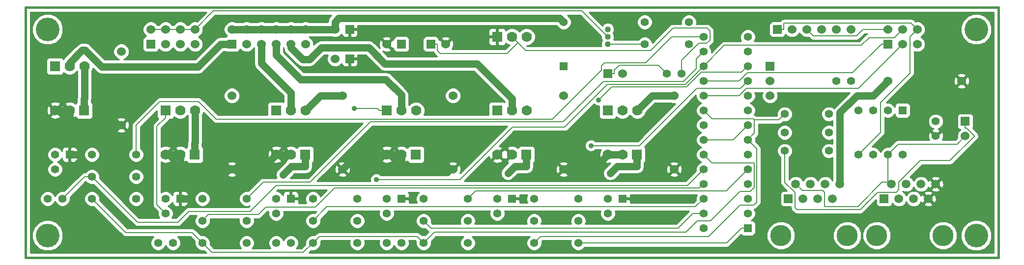
<source format=gtl>
G04 (created by PCBNEW-RS274X (2012-01-19 BZR 3256)-stable) date 4/5/2012 1:39:13 AM*
G01*
G70*
G90*
%MOIN*%
G04 Gerber Fmt 3.4, Leading zero omitted, Abs format*
%FSLAX34Y34*%
G04 APERTURE LIST*
%ADD10C,0.006000*%
%ADD11C,0.015000*%
%ADD12R,0.055000X0.055000*%
%ADD13C,0.055000*%
%ADD14R,0.070000X0.070000*%
%ADD15C,0.070000*%
%ADD16C,0.060000*%
%ADD17R,0.060000X0.060000*%
%ADD18C,0.040000*%
%ADD19C,0.160000*%
%ADD20C,0.143700*%
%ADD21R,0.059100X0.059100*%
%ADD22C,0.059100*%
%ADD23C,0.035000*%
%ADD24C,0.050000*%
%ADD25C,0.008000*%
%ADD26C,0.010000*%
G04 APERTURE END LIST*
G54D10*
G54D11*
X65000Y00000D02*
X66000Y00000D01*
X66000Y17000D02*
X66000Y00000D01*
X65000Y17000D02*
X66000Y17000D01*
X00000Y17000D02*
X65000Y17000D01*
X00000Y00000D02*
X00000Y17000D01*
X65000Y00000D02*
X00000Y00000D01*
G54D12*
X25500Y04000D03*
G54D13*
X24500Y04000D03*
X24500Y03000D03*
G54D12*
X03000Y07000D03*
G54D13*
X02000Y07000D03*
X02000Y06000D03*
G54D12*
X40500Y04000D03*
G54D13*
X39500Y04000D03*
X39500Y03000D03*
G54D12*
X10500Y04000D03*
G54D13*
X09500Y04000D03*
X09500Y03000D03*
G54D12*
X18000Y04000D03*
G54D13*
X17000Y04000D03*
X17000Y03000D03*
G54D12*
X33000Y04000D03*
G54D13*
X32000Y04000D03*
X32000Y03000D03*
G54D14*
X24500Y10000D03*
G54D15*
X25500Y10000D03*
X26500Y10000D03*
G54D14*
X02000Y13000D03*
G54D15*
X03000Y13000D03*
X04000Y13000D03*
G54D14*
X09500Y10000D03*
G54D15*
X10500Y10000D03*
X11500Y10000D03*
G54D14*
X32000Y10000D03*
G54D15*
X33000Y10000D03*
X34000Y10000D03*
G54D14*
X39500Y10000D03*
G54D15*
X40500Y10000D03*
X41500Y10000D03*
G54D14*
X17000Y10000D03*
G54D15*
X18000Y10000D03*
X19000Y10000D03*
G54D14*
X32000Y15000D03*
G54D15*
X33000Y15000D03*
X34000Y15000D03*
G54D16*
X36500Y06000D03*
X36500Y11000D03*
X14000Y06000D03*
X14000Y11000D03*
X21500Y06000D03*
X21500Y11000D03*
X44000Y06000D03*
X44000Y11000D03*
X58500Y12000D03*
X63500Y12000D03*
X06500Y09000D03*
X06500Y14000D03*
X29000Y06000D03*
X29000Y11000D03*
G54D13*
X04500Y05500D03*
X07500Y05500D03*
X07500Y07000D03*
X04500Y07000D03*
X54500Y08500D03*
X51500Y08500D03*
X30000Y04000D03*
X27000Y04000D03*
X04500Y04000D03*
X07500Y04000D03*
X45000Y16000D03*
X42000Y16000D03*
X12000Y01000D03*
X15000Y01000D03*
X12000Y02500D03*
X15000Y02500D03*
X19500Y01000D03*
X22500Y01000D03*
X19500Y02500D03*
X22500Y02500D03*
X27000Y01000D03*
X30000Y01000D03*
X27000Y02500D03*
X30000Y02500D03*
X15000Y04000D03*
X12000Y04000D03*
X37500Y04000D03*
X34500Y04000D03*
X51500Y09750D03*
X54500Y09750D03*
X54500Y07250D03*
X51500Y07250D03*
X45000Y14500D03*
X42000Y14500D03*
X22500Y04000D03*
X19500Y04000D03*
X34500Y02500D03*
X37500Y02500D03*
X37500Y01000D03*
X34500Y01000D03*
G54D15*
X02016Y10000D03*
X03000Y10000D03*
G54D14*
X03984Y10000D03*
G54D15*
X24516Y07000D03*
X25500Y07000D03*
G54D14*
X26484Y07000D03*
G54D15*
X09516Y07000D03*
X10500Y07000D03*
G54D14*
X11484Y07000D03*
G54D15*
X32016Y07000D03*
X33000Y07000D03*
G54D14*
X33984Y07000D03*
G54D15*
X17016Y07000D03*
X18000Y07000D03*
G54D14*
X18984Y07000D03*
G54D15*
X39516Y07000D03*
X40500Y07000D03*
G54D14*
X41484Y07000D03*
G54D17*
X14000Y14500D03*
G54D16*
X14000Y15500D03*
X15000Y14500D03*
X15000Y15500D03*
X16000Y14500D03*
X16000Y15500D03*
X17000Y14500D03*
X17000Y15500D03*
X18000Y14500D03*
X18000Y15500D03*
X19000Y14500D03*
X19000Y15500D03*
G54D17*
X08500Y14500D03*
G54D16*
X08500Y15500D03*
X09500Y14500D03*
X09500Y15500D03*
X10500Y14500D03*
X10500Y15500D03*
X11500Y14500D03*
X11500Y15500D03*
G54D17*
X58500Y14500D03*
G54D16*
X58500Y15500D03*
X59500Y14500D03*
X59500Y15500D03*
X60500Y14500D03*
X60500Y15500D03*
G54D17*
X50500Y13000D03*
G54D16*
X50500Y12000D03*
X50500Y11000D03*
G54D17*
X22000Y15500D03*
G54D16*
X21000Y15500D03*
G54D17*
X22000Y13500D03*
G54D16*
X21000Y13500D03*
G54D17*
X63750Y09250D03*
G54D16*
X63750Y08250D03*
G54D17*
X51000Y15500D03*
G54D16*
X52000Y15500D03*
X53000Y15500D03*
X54000Y15500D03*
X55000Y15500D03*
X56000Y15500D03*
G54D12*
X59500Y10000D03*
G54D13*
X58500Y10000D03*
X57500Y10000D03*
X56500Y10000D03*
X56500Y07000D03*
X57500Y07000D03*
X58500Y07000D03*
X59500Y07000D03*
X49000Y03000D03*
X49000Y04000D03*
X49000Y05000D03*
X49000Y06000D03*
X49000Y07000D03*
X49000Y08000D03*
X49000Y09000D03*
X49000Y10000D03*
X49000Y11000D03*
X49000Y12000D03*
X49000Y13000D03*
X49000Y14000D03*
X49000Y15000D03*
G54D12*
X49000Y02000D03*
G54D13*
X46000Y15000D03*
X46000Y14000D03*
X46000Y13000D03*
X46000Y12000D03*
X46000Y11000D03*
X46000Y10000D03*
X46000Y09000D03*
X46000Y08000D03*
X46000Y07000D03*
X46000Y06000D03*
X46000Y05000D03*
X46000Y04000D03*
X46000Y03000D03*
X46000Y02000D03*
G54D12*
X36500Y13000D03*
G54D13*
X36500Y16000D03*
G54D17*
X25500Y14500D03*
G54D16*
X24500Y14500D03*
G54D17*
X27500Y14500D03*
G54D16*
X28500Y14500D03*
G54D13*
X55000Y12000D03*
X56000Y12000D03*
X24500Y01000D03*
X25500Y01000D03*
X17000Y01000D03*
X18000Y01000D03*
X09000Y01000D03*
X10000Y01000D03*
X01500Y04000D03*
X02500Y04000D03*
X61750Y09250D03*
X61750Y08250D03*
X43500Y12500D03*
X44500Y12500D03*
G54D18*
X39500Y14500D03*
X39500Y15500D03*
X39500Y15000D03*
G54D17*
X39500Y12500D03*
G54D16*
X40500Y12500D03*
G54D19*
X01500Y15500D03*
X01500Y01500D03*
X64500Y01500D03*
X64500Y15500D03*
G54D20*
X62250Y01500D03*
X57750Y01500D03*
G54D21*
X58250Y04000D03*
G54D22*
X58750Y05000D03*
X59250Y04000D03*
X59750Y05000D03*
X60250Y04000D03*
X60750Y05000D03*
X61250Y04000D03*
X61750Y05000D03*
G54D20*
X55750Y01500D03*
X51250Y01500D03*
G54D21*
X51750Y04000D03*
G54D22*
X52250Y05000D03*
X52750Y04000D03*
X53250Y05000D03*
X53750Y04000D03*
X54250Y05000D03*
X54750Y04000D03*
X55250Y05000D03*
G54D23*
X23803Y05303D03*
X38370Y07609D03*
X38883Y10708D03*
X22308Y10139D03*
G54D18*
X39675Y05726D03*
X17463Y05622D03*
X32728Y05735D03*
G54D24*
X21000Y15500D02*
X19000Y15500D01*
X19000Y15500D02*
X18000Y15500D01*
X18000Y15500D02*
X17000Y15500D01*
X17000Y15500D02*
X16000Y15500D01*
X16000Y15500D02*
X15000Y15500D01*
X15000Y15500D02*
X14000Y15500D01*
X21000Y16008D02*
X21000Y15500D01*
X21246Y16254D02*
X21000Y16008D01*
X36246Y16254D02*
X21246Y16254D01*
X36500Y16000D02*
X36246Y16254D01*
G54D25*
X04500Y04000D02*
X06795Y01705D01*
X26563Y01437D02*
X19937Y01437D01*
X45581Y02500D02*
X44809Y01728D01*
X19500Y01000D02*
X18847Y00347D01*
X27728Y01728D02*
X27000Y01000D01*
X18847Y00347D02*
X12653Y00347D01*
X19937Y01437D02*
X19500Y01000D01*
X27000Y01000D02*
X26563Y01437D01*
X06795Y01705D02*
X11295Y01705D01*
X11295Y01705D02*
X12000Y01000D01*
X44809Y01728D02*
X27728Y01728D01*
X48477Y04500D02*
X46477Y02500D01*
X12653Y00347D02*
X12000Y01000D01*
X49401Y06434D02*
X49423Y06412D01*
X46477Y02500D02*
X45581Y02500D01*
X46566Y06434D02*
X49401Y06434D01*
X46000Y07000D02*
X46566Y06434D01*
X49423Y04765D02*
X49158Y04500D01*
X49158Y04500D02*
X48477Y04500D01*
X49423Y06412D02*
X49423Y04765D01*
X39261Y13229D02*
X39056Y13024D01*
X46000Y15000D02*
X43830Y15000D01*
X43830Y15000D02*
X42059Y13229D01*
X42059Y13229D02*
X39261Y13229D01*
X39056Y13024D02*
X39056Y12738D01*
X39056Y12738D02*
X35724Y09406D01*
X35724Y09406D02*
X12938Y09406D01*
X12938Y09406D02*
X11742Y10602D01*
X11742Y10602D02*
X09117Y10602D01*
X09117Y10602D02*
X07500Y08985D01*
X07500Y08985D02*
X07500Y07000D01*
X45500Y12834D02*
X44623Y11957D01*
X45500Y13500D02*
X45500Y12834D01*
X44623Y11957D02*
X39198Y11957D01*
X46000Y14000D02*
X45500Y13500D01*
X39198Y11957D02*
X36463Y09222D01*
X23401Y09222D02*
X19300Y05121D01*
X16121Y05121D02*
X15000Y04000D01*
X19300Y05121D02*
X16121Y05121D01*
X36463Y09222D02*
X23401Y09222D01*
X39486Y11774D02*
X44774Y11774D01*
X36584Y08872D02*
X39486Y11774D01*
X44774Y11774D02*
X46000Y13000D01*
X33034Y08872D02*
X36584Y08872D01*
X29465Y05303D02*
X33034Y08872D01*
X58944Y14944D02*
X59500Y15500D01*
X23803Y05303D02*
X29465Y05303D01*
X57222Y14944D02*
X58944Y14944D01*
X56697Y14419D02*
X57222Y14944D01*
X47419Y14419D02*
X56697Y14419D01*
X46000Y13000D02*
X47419Y14419D01*
X30536Y04536D02*
X30000Y04000D01*
X47536Y04536D02*
X30536Y04536D01*
X49000Y06000D02*
X47536Y04536D01*
X41652Y07609D02*
X38370Y07609D01*
X45543Y11500D02*
X41652Y07609D01*
X48500Y11500D02*
X45543Y11500D01*
X49000Y12000D02*
X48500Y11500D01*
X48581Y12581D02*
X49000Y13000D01*
X44852Y11591D02*
X45842Y12581D01*
X39766Y11591D02*
X44852Y11591D01*
X45842Y12581D02*
X48581Y12581D01*
X38883Y10708D02*
X39766Y11591D01*
G54D24*
X03000Y13236D02*
X03000Y13000D01*
X03848Y14084D02*
X03000Y13236D01*
X04054Y14084D02*
X03848Y14084D01*
X05165Y12973D02*
X04054Y14084D01*
X11720Y12973D02*
X05165Y12973D01*
X13247Y14500D02*
X11720Y12973D01*
X14000Y14500D02*
X13247Y14500D01*
X16000Y14500D02*
X16000Y13198D01*
X16000Y13198D02*
X18000Y11198D01*
X18000Y11198D02*
X18000Y10000D01*
X25500Y10000D02*
X25500Y11050D01*
X25500Y11050D02*
X24452Y12098D01*
X18668Y12098D02*
X17000Y13766D01*
X17000Y13766D02*
X17000Y14500D01*
X24452Y12098D02*
X18668Y12098D01*
X33000Y10794D02*
X33000Y10000D01*
X30623Y13171D02*
X33000Y10794D01*
X24374Y13171D02*
X30623Y13171D01*
X23291Y14254D02*
X24374Y13171D01*
X20063Y14254D02*
X23291Y14254D01*
X19261Y13452D02*
X20063Y14254D01*
X18814Y13452D02*
X19261Y13452D01*
X18000Y14266D02*
X18814Y13452D01*
X18000Y14500D02*
X18000Y14266D01*
G54D25*
X56113Y12556D02*
X58057Y14500D01*
X48966Y12556D02*
X56113Y12556D01*
X48410Y12000D02*
X48966Y12556D01*
X46000Y12000D02*
X48410Y12000D01*
X58500Y14500D02*
X58057Y14500D01*
X48582Y02000D02*
X47582Y01000D01*
X47582Y01000D02*
X37500Y01000D01*
X49000Y02000D02*
X48582Y02000D01*
X56500Y11500D02*
X59500Y14500D01*
X48910Y11500D02*
X56500Y11500D01*
X48410Y11000D02*
X48910Y11500D01*
X46000Y11000D02*
X48410Y11000D01*
X04000Y05500D02*
X04500Y05500D01*
X02500Y04000D02*
X04000Y05500D01*
X07596Y02404D02*
X04500Y05500D01*
X10326Y02404D02*
X07596Y02404D01*
X11065Y03143D02*
X10326Y02404D01*
X15236Y03143D02*
X11065Y03143D01*
X16995Y04902D02*
X15236Y03143D01*
X44902Y04902D02*
X16995Y04902D01*
X46000Y06000D02*
X44902Y04902D01*
X15795Y02919D02*
X12419Y02919D01*
X19671Y03419D02*
X16295Y03419D01*
X20971Y04719D02*
X19671Y03419D01*
X16295Y03419D02*
X15795Y02919D01*
X45719Y04719D02*
X20971Y04719D01*
X46000Y05000D02*
X45719Y04719D01*
X12419Y02919D02*
X12000Y02500D01*
X45447Y03447D02*
X46000Y04000D01*
X20447Y03447D02*
X45447Y03447D01*
X19500Y02500D02*
X20447Y03447D01*
X45261Y03000D02*
X46000Y03000D01*
X44261Y02000D02*
X45261Y03000D01*
X27500Y02000D02*
X44261Y02000D01*
X27000Y02500D02*
X27500Y02000D01*
G54D24*
X24516Y07000D02*
X22500Y07000D01*
X22500Y07000D02*
X21500Y06000D01*
X38516Y06000D02*
X39516Y07000D01*
X36500Y06000D02*
X38516Y06000D01*
X25500Y07000D02*
X24516Y07000D01*
X18000Y07000D02*
X17016Y07000D01*
X40500Y07000D02*
X39516Y07000D01*
X03000Y09476D02*
X04238Y08238D01*
X04238Y08238D02*
X03728Y07728D01*
X03000Y10000D02*
X03000Y09476D01*
X25500Y06405D02*
X25500Y07000D01*
X29000Y06000D02*
X25905Y06000D01*
X17016Y07000D02*
X16016Y06000D01*
X10500Y04000D02*
X11228Y04000D01*
X10500Y07000D02*
X09516Y07000D01*
X12500Y06000D02*
X11738Y05238D01*
X14000Y06000D02*
X12500Y06000D01*
X11228Y04728D02*
X11228Y04000D01*
X11738Y05238D02*
X11228Y04728D01*
X10500Y06476D02*
X11738Y05238D01*
X10500Y07000D02*
X10500Y06476D01*
X03000Y07000D02*
X03728Y07000D01*
X06500Y09000D02*
X05000Y09000D01*
X05000Y09000D02*
X04238Y08238D01*
X16016Y06000D02*
X14000Y06000D01*
X03000Y10000D02*
X02016Y10000D01*
X03728Y07728D02*
X03728Y07000D01*
X25905Y06000D02*
X25500Y06405D01*
G54D25*
X39500Y15000D02*
X37752Y16748D01*
X48000Y08000D02*
X46000Y08000D01*
X12748Y16748D02*
X11500Y15500D01*
X37752Y16748D02*
X12748Y16748D01*
X11500Y15500D02*
X10500Y15500D01*
X49000Y09000D02*
X48000Y08000D01*
X10500Y15500D02*
X09500Y15500D01*
X09500Y15500D02*
X08500Y15500D01*
X51000Y15500D02*
X51443Y15500D01*
X40274Y13046D02*
X39943Y12715D01*
X39943Y12715D02*
X39943Y12500D01*
X42954Y13046D02*
X40274Y13046D01*
X43500Y12500D02*
X42954Y13046D01*
X39500Y12500D02*
X39943Y12500D01*
X60057Y15943D02*
X60500Y15500D01*
X51465Y15943D02*
X60057Y15943D01*
X51443Y15921D02*
X51465Y15943D01*
X51443Y15500D02*
X51443Y15921D01*
X58000Y08500D02*
X56500Y07000D01*
X58000Y10540D02*
X58000Y08500D01*
X60000Y12540D02*
X58000Y10540D01*
X60000Y15000D02*
X60000Y12540D01*
X60500Y15500D02*
X60000Y15000D01*
G54D24*
X04000Y10819D02*
X04000Y13000D01*
X03984Y10803D02*
X04000Y10819D01*
X03984Y10000D02*
X03984Y10803D01*
G54D25*
X08911Y03589D02*
X09500Y03000D01*
X08911Y08918D02*
X08911Y03589D01*
X09500Y09507D02*
X08911Y08918D01*
X09500Y10000D02*
X09500Y09507D01*
G54D24*
X11500Y07819D02*
X11500Y10000D01*
X11484Y07803D02*
X11500Y07819D01*
X11484Y07000D02*
X11484Y07803D01*
G54D25*
X23868Y10139D02*
X24007Y10000D01*
X22308Y10139D02*
X23868Y10139D01*
X24500Y10000D02*
X24007Y10000D01*
G54D24*
X42500Y11000D02*
X41500Y10000D01*
X40146Y06197D02*
X39675Y05726D01*
X44000Y11000D02*
X42500Y11000D01*
X41484Y07000D02*
X41484Y06197D01*
X41484Y06197D02*
X40146Y06197D01*
X20000Y11000D02*
X21500Y11000D01*
X19000Y10000D02*
X20000Y11000D01*
X18984Y06197D02*
X18038Y06197D01*
X18038Y06197D02*
X17463Y05622D01*
X18984Y07000D02*
X18984Y06197D01*
X33190Y06197D02*
X32728Y05735D01*
X33984Y06197D02*
X33190Y06197D01*
X33984Y07000D02*
X33984Y06197D01*
G54D25*
X51500Y05108D02*
X51500Y07250D01*
X52190Y04418D02*
X51500Y05108D01*
X52190Y03408D02*
X52190Y04418D01*
X57811Y04440D02*
X56637Y03266D01*
X56637Y03266D02*
X52332Y03266D01*
X59068Y04440D02*
X57811Y04440D01*
X52332Y03266D02*
X52190Y03408D01*
X59250Y04622D02*
X59068Y04440D01*
X59250Y05122D02*
X59250Y04622D01*
X60709Y06581D02*
X59250Y05122D01*
X62709Y06581D02*
X60709Y06581D01*
X64372Y08244D02*
X62709Y06581D01*
X63750Y08807D02*
X63841Y08807D01*
X64372Y08276D02*
X64372Y08244D01*
X63841Y08807D02*
X64372Y08276D01*
X63750Y09250D02*
X63750Y08807D01*
G54D24*
X55250Y09850D02*
X55250Y05000D01*
X56406Y11006D02*
X55250Y09850D01*
X57506Y11006D02*
X56406Y11006D01*
X58500Y12000D02*
X57506Y11006D01*
G54D25*
X52690Y04560D02*
X52250Y05000D01*
X54060Y04560D02*
X52690Y04560D01*
X54200Y04420D02*
X54060Y04560D01*
X63750Y08250D02*
X63191Y07691D01*
X63191Y07691D02*
X59191Y07691D01*
X59191Y07691D02*
X58500Y07000D01*
X54200Y03482D02*
X54200Y04420D01*
X54222Y03460D02*
X54200Y03482D01*
X56462Y03460D02*
X54222Y03460D01*
X58750Y05000D02*
X58635Y05115D01*
X58635Y05115D02*
X58500Y05115D01*
X58500Y07000D02*
X58500Y05115D01*
X58117Y05115D02*
X56462Y03460D01*
X58500Y05115D02*
X58117Y05115D01*
X39500Y14500D02*
X42000Y14500D01*
X27943Y14057D02*
X27943Y14500D01*
X28139Y13861D02*
X27943Y14057D01*
X49454Y09350D02*
X49454Y08454D01*
X53443Y15057D02*
X56373Y15057D01*
X27500Y14500D02*
X27943Y14500D01*
X46566Y09434D02*
X49370Y09434D01*
X49370Y09434D02*
X49454Y09350D01*
X56816Y15500D02*
X58500Y15500D01*
X49454Y09350D02*
X51100Y09350D01*
X51100Y09350D02*
X51500Y09750D01*
X56373Y15057D02*
X56816Y15500D01*
X49454Y08454D02*
X49000Y08000D01*
X46000Y10000D02*
X46566Y09434D01*
X53000Y15500D02*
X53443Y15057D01*
X49606Y07394D02*
X49606Y03771D01*
X44500Y12500D02*
X44500Y13407D01*
X48476Y03566D02*
X46354Y01444D01*
X43923Y15581D02*
X42420Y14078D01*
X49000Y08000D02*
X49606Y07394D01*
X46425Y14773D02*
X46425Y15397D01*
X49606Y03771D02*
X49401Y03566D01*
X34944Y01444D02*
X34500Y01000D01*
X32669Y13861D02*
X28139Y13861D01*
X46241Y15581D02*
X43923Y15581D01*
X46425Y15397D02*
X46241Y15581D01*
X33404Y14596D02*
X32669Y13861D01*
X33922Y14078D02*
X33404Y14596D01*
X44500Y13407D02*
X45659Y14566D01*
X45659Y14566D02*
X46218Y14566D01*
X33404Y14596D02*
X33000Y15000D01*
X42420Y14078D02*
X33922Y14078D01*
X46354Y01444D02*
X34944Y01444D01*
X46218Y14566D02*
X46425Y14773D01*
X49401Y03566D02*
X48476Y03566D01*
G54D10*
G36*
X20454Y04612D02*
X20001Y04160D01*
X19945Y04297D01*
X19798Y04445D01*
X19605Y04525D01*
X19396Y04525D01*
X19203Y04445D01*
X19055Y04298D01*
X18975Y04105D01*
X18975Y03896D01*
X19052Y03709D01*
X18524Y03709D01*
X18524Y03774D01*
X18525Y03888D01*
X18525Y04112D01*
X18524Y04226D01*
X18524Y04325D01*
X18486Y04416D01*
X18416Y04486D01*
X18324Y04524D01*
X18112Y04525D01*
X18050Y04463D01*
X18050Y04050D01*
X18463Y04050D01*
X18525Y04112D01*
X18525Y03888D01*
X18463Y03950D01*
X18100Y03950D01*
X18050Y03950D01*
X17950Y03950D01*
X17950Y04050D01*
X17950Y04100D01*
X17950Y04463D01*
X17888Y04525D01*
X17676Y04524D01*
X17584Y04486D01*
X17514Y04416D01*
X17476Y04325D01*
X17476Y04226D01*
X17475Y04223D01*
X17445Y04297D01*
X17298Y04445D01*
X17105Y04525D01*
X17028Y04525D01*
X17115Y04612D01*
X20454Y04612D01*
X20454Y04612D01*
G37*
G54D26*
X20454Y04612D02*
X20001Y04160D01*
X19945Y04297D01*
X19798Y04445D01*
X19605Y04525D01*
X19396Y04525D01*
X19203Y04445D01*
X19055Y04298D01*
X18975Y04105D01*
X18975Y03896D01*
X19052Y03709D01*
X18524Y03709D01*
X18524Y03774D01*
X18525Y03888D01*
X18525Y04112D01*
X18524Y04226D01*
X18524Y04325D01*
X18486Y04416D01*
X18416Y04486D01*
X18324Y04524D01*
X18112Y04525D01*
X18050Y04463D01*
X18050Y04050D01*
X18463Y04050D01*
X18525Y04112D01*
X18525Y03888D01*
X18463Y03950D01*
X18100Y03950D01*
X18050Y03950D01*
X17950Y03950D01*
X17950Y04050D01*
X17950Y04100D01*
X17950Y04463D01*
X17888Y04525D01*
X17676Y04524D01*
X17584Y04486D01*
X17514Y04416D01*
X17476Y04325D01*
X17476Y04226D01*
X17475Y04223D01*
X17445Y04297D01*
X17298Y04445D01*
X17105Y04525D01*
X17028Y04525D01*
X17115Y04612D01*
X20454Y04612D01*
G54D10*
G36*
X22884Y09116D02*
X19179Y05411D01*
X17959Y05411D01*
X18245Y05697D01*
X18984Y05697D01*
X19175Y05735D01*
X19338Y05843D01*
X19446Y06006D01*
X19484Y06197D01*
X19484Y06448D01*
X19545Y06509D01*
X19583Y06600D01*
X19583Y06699D01*
X19583Y07399D01*
X19545Y07491D01*
X19475Y07561D01*
X19384Y07599D01*
X19285Y07599D01*
X18585Y07599D01*
X18493Y07561D01*
X18423Y07491D01*
X18407Y07456D01*
X18361Y07502D01*
X18325Y07467D01*
X18310Y07513D01*
X18091Y07593D01*
X17856Y07582D01*
X17690Y07513D01*
X17657Y07414D01*
X17965Y07106D01*
X18000Y07071D01*
X18071Y07000D01*
X18000Y06929D01*
X17965Y06894D01*
X17929Y06858D01*
X17929Y07000D01*
X17586Y07343D01*
X17508Y07317D01*
X17430Y07343D01*
X17359Y07272D01*
X17359Y07414D01*
X17326Y07513D01*
X17107Y07593D01*
X16872Y07582D01*
X16706Y07513D01*
X16673Y07414D01*
X17016Y07071D01*
X17359Y07414D01*
X17359Y07272D01*
X17087Y07000D01*
X17430Y06657D01*
X17508Y06683D01*
X17586Y06657D01*
X17929Y07000D01*
X17929Y06858D01*
X17657Y06586D01*
X17672Y06539D01*
X17359Y06226D01*
X17359Y06586D01*
X17016Y06929D01*
X16945Y06858D01*
X16945Y07000D01*
X16602Y07343D01*
X16503Y07310D01*
X16423Y07091D01*
X16434Y06856D01*
X16503Y06690D01*
X16602Y06657D01*
X16945Y07000D01*
X16945Y06858D01*
X16673Y06586D01*
X16706Y06487D01*
X16925Y06407D01*
X17160Y06418D01*
X17326Y06487D01*
X17359Y06586D01*
X17359Y06226D01*
X17109Y05976D01*
X17001Y05814D01*
X16962Y05622D01*
X17001Y05430D01*
X17013Y05411D01*
X16121Y05411D01*
X16010Y05389D01*
X15916Y05326D01*
X15112Y04523D01*
X15105Y04525D01*
X14896Y04525D01*
X14703Y04445D01*
X14555Y04298D01*
X14543Y04270D01*
X14543Y05921D01*
X14532Y06134D01*
X14472Y06281D01*
X14378Y06308D01*
X14308Y06238D01*
X14308Y06378D01*
X14281Y06472D01*
X14079Y06543D01*
X13866Y06532D01*
X13719Y06472D01*
X13692Y06378D01*
X14000Y06071D01*
X14308Y06378D01*
X14308Y06238D01*
X14071Y06000D01*
X14378Y05692D01*
X14472Y05719D01*
X14543Y05921D01*
X14543Y04270D01*
X14475Y04105D01*
X14475Y03896D01*
X14555Y03703D01*
X14702Y03555D01*
X14895Y03475D01*
X15104Y03475D01*
X15196Y03514D01*
X15116Y03433D01*
X14308Y03433D01*
X14308Y05622D01*
X14000Y05929D01*
X13929Y05859D01*
X13929Y06000D01*
X13622Y06308D01*
X13528Y06281D01*
X13457Y06079D01*
X13468Y05866D01*
X13528Y05719D01*
X13622Y05692D01*
X13929Y06000D01*
X13929Y05859D01*
X13692Y05622D01*
X13719Y05528D01*
X13921Y05457D01*
X14134Y05468D01*
X14281Y05528D01*
X14308Y05622D01*
X14308Y03433D01*
X12525Y03433D01*
X12525Y03895D01*
X12525Y04104D01*
X12445Y04297D01*
X12298Y04445D01*
X12105Y04525D01*
X11896Y04525D01*
X11703Y04445D01*
X11555Y04298D01*
X11475Y04105D01*
X11475Y03896D01*
X11555Y03703D01*
X11702Y03555D01*
X11895Y03475D01*
X12104Y03475D01*
X12297Y03555D01*
X12445Y03702D01*
X12525Y03895D01*
X12525Y03433D01*
X11065Y03433D01*
X11025Y03426D01*
X11025Y03888D01*
X11025Y04112D01*
X11024Y04226D01*
X11024Y04325D01*
X10986Y04416D01*
X10916Y04486D01*
X10843Y04517D01*
X10824Y04524D01*
X10612Y04525D01*
X10550Y04463D01*
X10550Y04050D01*
X10963Y04050D01*
X11025Y04112D01*
X11025Y03888D01*
X10963Y03950D01*
X10550Y03950D01*
X10550Y03537D01*
X10612Y03475D01*
X10824Y03476D01*
X10916Y03514D01*
X10986Y03584D01*
X11024Y03675D01*
X11024Y03774D01*
X11025Y03888D01*
X11025Y03426D01*
X10954Y03411D01*
X10860Y03348D01*
X10206Y02694D01*
X09936Y02694D01*
X09945Y02702D01*
X10025Y02895D01*
X10025Y03104D01*
X09945Y03297D01*
X09798Y03445D01*
X09664Y03501D01*
X09797Y03555D01*
X09945Y03702D01*
X09975Y03777D01*
X09976Y03774D01*
X09976Y03675D01*
X10014Y03584D01*
X10084Y03514D01*
X10176Y03476D01*
X10388Y03475D01*
X10450Y03537D01*
X10450Y03900D01*
X10450Y03950D01*
X10450Y04050D01*
X10450Y04100D01*
X10450Y04463D01*
X10388Y04525D01*
X10176Y04524D01*
X10084Y04486D01*
X10014Y04416D01*
X09976Y04325D01*
X09976Y04226D01*
X09975Y04223D01*
X09945Y04297D01*
X09798Y04445D01*
X09605Y04525D01*
X09396Y04525D01*
X09203Y04445D01*
X09201Y04444D01*
X09201Y06502D01*
X09206Y06487D01*
X09425Y06407D01*
X09660Y06418D01*
X09826Y06487D01*
X09859Y06586D01*
X09551Y06894D01*
X09516Y06929D01*
X09445Y07000D01*
X09516Y07071D01*
X09551Y07106D01*
X09859Y07414D01*
X09826Y07513D01*
X09607Y07593D01*
X09372Y07582D01*
X09206Y07513D01*
X09201Y07498D01*
X09201Y08798D01*
X09704Y09301D01*
X09704Y09302D01*
X09705Y09302D01*
X09767Y09395D01*
X09768Y09396D01*
X09768Y09401D01*
X09899Y09401D01*
X09991Y09439D01*
X10061Y09509D01*
X10085Y09568D01*
X10161Y09492D01*
X10381Y09401D01*
X10619Y09401D01*
X10839Y09492D01*
X11000Y09653D01*
X11000Y07887D01*
X10983Y07803D01*
X10984Y07799D01*
X10984Y07552D01*
X10923Y07491D01*
X10907Y07456D01*
X10861Y07502D01*
X10825Y07467D01*
X10810Y07513D01*
X10591Y07593D01*
X10356Y07582D01*
X10190Y07513D01*
X10157Y07414D01*
X10465Y07106D01*
X10500Y07071D01*
X10571Y07000D01*
X10500Y06929D01*
X10465Y06894D01*
X10429Y06858D01*
X10429Y07000D01*
X10086Y07343D01*
X10008Y07317D01*
X09930Y07343D01*
X09587Y07000D01*
X09930Y06657D01*
X10008Y06683D01*
X10086Y06657D01*
X10429Y07000D01*
X10429Y06858D01*
X10157Y06586D01*
X10190Y06487D01*
X10409Y06407D01*
X10644Y06418D01*
X10810Y06487D01*
X10825Y06534D01*
X10843Y06516D01*
X10861Y06498D01*
X10908Y06546D01*
X10923Y06509D01*
X10993Y06439D01*
X11084Y06401D01*
X11183Y06401D01*
X11883Y06401D01*
X11975Y06439D01*
X12045Y06509D01*
X12083Y06600D01*
X12083Y06699D01*
X12083Y07399D01*
X12045Y07491D01*
X11984Y07552D01*
X11984Y07739D01*
X11984Y07741D01*
X12000Y07819D01*
X12000Y09653D01*
X12008Y09661D01*
X12085Y09849D01*
X12733Y09201D01*
X12827Y09138D01*
X12938Y09116D01*
X22884Y09116D01*
X22884Y09116D01*
G37*
G54D26*
X22884Y09116D02*
X19179Y05411D01*
X17959Y05411D01*
X18245Y05697D01*
X18984Y05697D01*
X19175Y05735D01*
X19338Y05843D01*
X19446Y06006D01*
X19484Y06197D01*
X19484Y06448D01*
X19545Y06509D01*
X19583Y06600D01*
X19583Y06699D01*
X19583Y07399D01*
X19545Y07491D01*
X19475Y07561D01*
X19384Y07599D01*
X19285Y07599D01*
X18585Y07599D01*
X18493Y07561D01*
X18423Y07491D01*
X18407Y07456D01*
X18361Y07502D01*
X18325Y07467D01*
X18310Y07513D01*
X18091Y07593D01*
X17856Y07582D01*
X17690Y07513D01*
X17657Y07414D01*
X17965Y07106D01*
X18000Y07071D01*
X18071Y07000D01*
X18000Y06929D01*
X17965Y06894D01*
X17929Y06858D01*
X17929Y07000D01*
X17586Y07343D01*
X17508Y07317D01*
X17430Y07343D01*
X17359Y07272D01*
X17359Y07414D01*
X17326Y07513D01*
X17107Y07593D01*
X16872Y07582D01*
X16706Y07513D01*
X16673Y07414D01*
X17016Y07071D01*
X17359Y07414D01*
X17359Y07272D01*
X17087Y07000D01*
X17430Y06657D01*
X17508Y06683D01*
X17586Y06657D01*
X17929Y07000D01*
X17929Y06858D01*
X17657Y06586D01*
X17672Y06539D01*
X17359Y06226D01*
X17359Y06586D01*
X17016Y06929D01*
X16945Y06858D01*
X16945Y07000D01*
X16602Y07343D01*
X16503Y07310D01*
X16423Y07091D01*
X16434Y06856D01*
X16503Y06690D01*
X16602Y06657D01*
X16945Y07000D01*
X16945Y06858D01*
X16673Y06586D01*
X16706Y06487D01*
X16925Y06407D01*
X17160Y06418D01*
X17326Y06487D01*
X17359Y06586D01*
X17359Y06226D01*
X17109Y05976D01*
X17001Y05814D01*
X16962Y05622D01*
X17001Y05430D01*
X17013Y05411D01*
X16121Y05411D01*
X16010Y05389D01*
X15916Y05326D01*
X15112Y04523D01*
X15105Y04525D01*
X14896Y04525D01*
X14703Y04445D01*
X14555Y04298D01*
X14543Y04270D01*
X14543Y05921D01*
X14532Y06134D01*
X14472Y06281D01*
X14378Y06308D01*
X14308Y06238D01*
X14308Y06378D01*
X14281Y06472D01*
X14079Y06543D01*
X13866Y06532D01*
X13719Y06472D01*
X13692Y06378D01*
X14000Y06071D01*
X14308Y06378D01*
X14308Y06238D01*
X14071Y06000D01*
X14378Y05692D01*
X14472Y05719D01*
X14543Y05921D01*
X14543Y04270D01*
X14475Y04105D01*
X14475Y03896D01*
X14555Y03703D01*
X14702Y03555D01*
X14895Y03475D01*
X15104Y03475D01*
X15196Y03514D01*
X15116Y03433D01*
X14308Y03433D01*
X14308Y05622D01*
X14000Y05929D01*
X13929Y05859D01*
X13929Y06000D01*
X13622Y06308D01*
X13528Y06281D01*
X13457Y06079D01*
X13468Y05866D01*
X13528Y05719D01*
X13622Y05692D01*
X13929Y06000D01*
X13929Y05859D01*
X13692Y05622D01*
X13719Y05528D01*
X13921Y05457D01*
X14134Y05468D01*
X14281Y05528D01*
X14308Y05622D01*
X14308Y03433D01*
X12525Y03433D01*
X12525Y03895D01*
X12525Y04104D01*
X12445Y04297D01*
X12298Y04445D01*
X12105Y04525D01*
X11896Y04525D01*
X11703Y04445D01*
X11555Y04298D01*
X11475Y04105D01*
X11475Y03896D01*
X11555Y03703D01*
X11702Y03555D01*
X11895Y03475D01*
X12104Y03475D01*
X12297Y03555D01*
X12445Y03702D01*
X12525Y03895D01*
X12525Y03433D01*
X11065Y03433D01*
X11025Y03426D01*
X11025Y03888D01*
X11025Y04112D01*
X11024Y04226D01*
X11024Y04325D01*
X10986Y04416D01*
X10916Y04486D01*
X10843Y04517D01*
X10824Y04524D01*
X10612Y04525D01*
X10550Y04463D01*
X10550Y04050D01*
X10963Y04050D01*
X11025Y04112D01*
X11025Y03888D01*
X10963Y03950D01*
X10550Y03950D01*
X10550Y03537D01*
X10612Y03475D01*
X10824Y03476D01*
X10916Y03514D01*
X10986Y03584D01*
X11024Y03675D01*
X11024Y03774D01*
X11025Y03888D01*
X11025Y03426D01*
X10954Y03411D01*
X10860Y03348D01*
X10206Y02694D01*
X09936Y02694D01*
X09945Y02702D01*
X10025Y02895D01*
X10025Y03104D01*
X09945Y03297D01*
X09798Y03445D01*
X09664Y03501D01*
X09797Y03555D01*
X09945Y03702D01*
X09975Y03777D01*
X09976Y03774D01*
X09976Y03675D01*
X10014Y03584D01*
X10084Y03514D01*
X10176Y03476D01*
X10388Y03475D01*
X10450Y03537D01*
X10450Y03900D01*
X10450Y03950D01*
X10450Y04050D01*
X10450Y04100D01*
X10450Y04463D01*
X10388Y04525D01*
X10176Y04524D01*
X10084Y04486D01*
X10014Y04416D01*
X09976Y04325D01*
X09976Y04226D01*
X09975Y04223D01*
X09945Y04297D01*
X09798Y04445D01*
X09605Y04525D01*
X09396Y04525D01*
X09203Y04445D01*
X09201Y04444D01*
X09201Y06502D01*
X09206Y06487D01*
X09425Y06407D01*
X09660Y06418D01*
X09826Y06487D01*
X09859Y06586D01*
X09551Y06894D01*
X09516Y06929D01*
X09445Y07000D01*
X09516Y07071D01*
X09551Y07106D01*
X09859Y07414D01*
X09826Y07513D01*
X09607Y07593D01*
X09372Y07582D01*
X09206Y07513D01*
X09201Y07498D01*
X09201Y08798D01*
X09704Y09301D01*
X09704Y09302D01*
X09705Y09302D01*
X09767Y09395D01*
X09768Y09396D01*
X09768Y09401D01*
X09899Y09401D01*
X09991Y09439D01*
X10061Y09509D01*
X10085Y09568D01*
X10161Y09492D01*
X10381Y09401D01*
X10619Y09401D01*
X10839Y09492D01*
X11000Y09653D01*
X11000Y07887D01*
X10983Y07803D01*
X10984Y07799D01*
X10984Y07552D01*
X10923Y07491D01*
X10907Y07456D01*
X10861Y07502D01*
X10825Y07467D01*
X10810Y07513D01*
X10591Y07593D01*
X10356Y07582D01*
X10190Y07513D01*
X10157Y07414D01*
X10465Y07106D01*
X10500Y07071D01*
X10571Y07000D01*
X10500Y06929D01*
X10465Y06894D01*
X10429Y06858D01*
X10429Y07000D01*
X10086Y07343D01*
X10008Y07317D01*
X09930Y07343D01*
X09587Y07000D01*
X09930Y06657D01*
X10008Y06683D01*
X10086Y06657D01*
X10429Y07000D01*
X10429Y06858D01*
X10157Y06586D01*
X10190Y06487D01*
X10409Y06407D01*
X10644Y06418D01*
X10810Y06487D01*
X10825Y06534D01*
X10843Y06516D01*
X10861Y06498D01*
X10908Y06546D01*
X10923Y06509D01*
X10993Y06439D01*
X11084Y06401D01*
X11183Y06401D01*
X11883Y06401D01*
X11975Y06439D01*
X12045Y06509D01*
X12083Y06600D01*
X12083Y06699D01*
X12083Y07399D01*
X12045Y07491D01*
X11984Y07552D01*
X11984Y07739D01*
X11984Y07741D01*
X12000Y07819D01*
X12000Y09653D01*
X12008Y09661D01*
X12085Y09849D01*
X12733Y09201D01*
X12827Y09138D01*
X12938Y09116D01*
X22884Y09116D01*
G54D10*
G36*
X26686Y04429D02*
X26555Y04298D01*
X26475Y04105D01*
X26475Y03896D01*
X26540Y03737D01*
X26024Y03737D01*
X26024Y03774D01*
X26025Y03888D01*
X25963Y03950D01*
X25600Y03950D01*
X25550Y03950D01*
X25450Y03950D01*
X25450Y04050D01*
X25550Y04050D01*
X25600Y04050D01*
X25963Y04050D01*
X26025Y04112D01*
X26024Y04226D01*
X26024Y04325D01*
X25986Y04416D01*
X25973Y04429D01*
X26686Y04429D01*
X26686Y04429D01*
G37*
G54D26*
X26686Y04429D02*
X26555Y04298D01*
X26475Y04105D01*
X26475Y03896D01*
X26540Y03737D01*
X26024Y03737D01*
X26024Y03774D01*
X26025Y03888D01*
X25963Y03950D01*
X25600Y03950D01*
X25550Y03950D01*
X25450Y03950D01*
X25450Y04050D01*
X25550Y04050D01*
X25600Y04050D01*
X25963Y04050D01*
X26025Y04112D01*
X26024Y04226D01*
X26024Y04325D01*
X25986Y04416D01*
X25973Y04429D01*
X26686Y04429D01*
G54D10*
G36*
X32500Y10552D02*
X32491Y10561D01*
X32400Y10599D01*
X32301Y10599D01*
X31601Y10599D01*
X31509Y10561D01*
X31439Y10491D01*
X31401Y10400D01*
X31401Y10301D01*
X31401Y09696D01*
X29549Y09696D01*
X29549Y10891D01*
X29549Y11109D01*
X29465Y11311D01*
X29311Y11465D01*
X29109Y11549D01*
X28891Y11549D01*
X28689Y11465D01*
X28535Y11311D01*
X28451Y11109D01*
X28451Y10891D01*
X28535Y10689D01*
X28689Y10535D01*
X28891Y10451D01*
X29109Y10451D01*
X29311Y10535D01*
X29465Y10689D01*
X29549Y10891D01*
X29549Y09696D01*
X27022Y09696D01*
X27099Y09881D01*
X27099Y10119D01*
X27008Y10339D01*
X26839Y10508D01*
X26619Y10599D01*
X26381Y10599D01*
X26161Y10508D01*
X26000Y10347D01*
X26000Y11046D01*
X26000Y11050D01*
X26001Y11050D01*
X25962Y11241D01*
X25962Y11242D01*
X25918Y11307D01*
X25854Y11404D01*
X25851Y11406D01*
X24806Y12452D01*
X24644Y12560D01*
X24452Y12599D01*
X24447Y12598D01*
X22550Y12598D01*
X22550Y13388D01*
X22488Y13450D01*
X22050Y13450D01*
X22050Y13012D01*
X22112Y12950D01*
X22349Y12951D01*
X22441Y12989D01*
X22511Y13059D01*
X22549Y13150D01*
X22549Y13249D01*
X22550Y13388D01*
X22550Y12598D01*
X18875Y12598D01*
X17500Y13974D01*
X17500Y14262D01*
X17538Y14074D01*
X17646Y13912D01*
X18458Y13101D01*
X18460Y13098D01*
X18557Y13034D01*
X18622Y12990D01*
X18623Y12990D01*
X18814Y12951D01*
X18814Y12952D01*
X18818Y12952D01*
X19256Y12952D01*
X19261Y12951D01*
X19261Y12952D01*
X19452Y12990D01*
X19453Y12990D01*
X19615Y13098D01*
X20270Y13754D01*
X20511Y13754D01*
X20451Y13609D01*
X20451Y13391D01*
X20535Y13189D01*
X20689Y13035D01*
X20891Y12951D01*
X21109Y12951D01*
X21311Y13035D01*
X21451Y13175D01*
X21451Y13150D01*
X21489Y13059D01*
X21559Y12989D01*
X21651Y12951D01*
X21888Y12950D01*
X21950Y13012D01*
X21950Y13400D01*
X21950Y13450D01*
X21950Y13550D01*
X22050Y13550D01*
X22100Y13550D01*
X22488Y13550D01*
X22550Y13612D01*
X22549Y13751D01*
X22549Y13754D01*
X23083Y13754D01*
X24018Y12820D01*
X24020Y12817D01*
X24182Y12710D01*
X24183Y12709D01*
X24374Y12671D01*
X30415Y12671D01*
X32500Y10587D01*
X32500Y10552D01*
X32500Y10552D01*
G37*
G54D26*
X32500Y10552D02*
X32491Y10561D01*
X32400Y10599D01*
X32301Y10599D01*
X31601Y10599D01*
X31509Y10561D01*
X31439Y10491D01*
X31401Y10400D01*
X31401Y10301D01*
X31401Y09696D01*
X29549Y09696D01*
X29549Y10891D01*
X29549Y11109D01*
X29465Y11311D01*
X29311Y11465D01*
X29109Y11549D01*
X28891Y11549D01*
X28689Y11465D01*
X28535Y11311D01*
X28451Y11109D01*
X28451Y10891D01*
X28535Y10689D01*
X28689Y10535D01*
X28891Y10451D01*
X29109Y10451D01*
X29311Y10535D01*
X29465Y10689D01*
X29549Y10891D01*
X29549Y09696D01*
X27022Y09696D01*
X27099Y09881D01*
X27099Y10119D01*
X27008Y10339D01*
X26839Y10508D01*
X26619Y10599D01*
X26381Y10599D01*
X26161Y10508D01*
X26000Y10347D01*
X26000Y11046D01*
X26000Y11050D01*
X26001Y11050D01*
X25962Y11241D01*
X25962Y11242D01*
X25918Y11307D01*
X25854Y11404D01*
X25851Y11406D01*
X24806Y12452D01*
X24644Y12560D01*
X24452Y12599D01*
X24447Y12598D01*
X22550Y12598D01*
X22550Y13388D01*
X22488Y13450D01*
X22050Y13450D01*
X22050Y13012D01*
X22112Y12950D01*
X22349Y12951D01*
X22441Y12989D01*
X22511Y13059D01*
X22549Y13150D01*
X22549Y13249D01*
X22550Y13388D01*
X22550Y12598D01*
X18875Y12598D01*
X17500Y13974D01*
X17500Y14262D01*
X17538Y14074D01*
X17646Y13912D01*
X18458Y13101D01*
X18460Y13098D01*
X18557Y13034D01*
X18622Y12990D01*
X18623Y12990D01*
X18814Y12951D01*
X18814Y12952D01*
X18818Y12952D01*
X19256Y12952D01*
X19261Y12951D01*
X19261Y12952D01*
X19452Y12990D01*
X19453Y12990D01*
X19615Y13098D01*
X20270Y13754D01*
X20511Y13754D01*
X20451Y13609D01*
X20451Y13391D01*
X20535Y13189D01*
X20689Y13035D01*
X20891Y12951D01*
X21109Y12951D01*
X21311Y13035D01*
X21451Y13175D01*
X21451Y13150D01*
X21489Y13059D01*
X21559Y12989D01*
X21651Y12951D01*
X21888Y12950D01*
X21950Y13012D01*
X21950Y13400D01*
X21950Y13450D01*
X21950Y13550D01*
X22050Y13550D01*
X22100Y13550D01*
X22488Y13550D01*
X22550Y13612D01*
X22549Y13751D01*
X22549Y13754D01*
X23083Y13754D01*
X24018Y12820D01*
X24020Y12817D01*
X24182Y12710D01*
X24183Y12709D01*
X24374Y12671D01*
X30415Y12671D01*
X32500Y10587D01*
X32500Y10552D01*
G54D10*
G36*
X32684Y08932D02*
X29472Y05721D01*
X29543Y05921D01*
X29532Y06134D01*
X29472Y06281D01*
X29378Y06308D01*
X29308Y06238D01*
X29308Y06378D01*
X29281Y06472D01*
X29079Y06543D01*
X28866Y06532D01*
X28719Y06472D01*
X28692Y06378D01*
X29000Y06071D01*
X29308Y06378D01*
X29308Y06238D01*
X29071Y06000D01*
X29000Y05929D01*
X28929Y05859D01*
X28929Y06000D01*
X28622Y06308D01*
X28528Y06281D01*
X28457Y06079D01*
X28468Y05866D01*
X28528Y05719D01*
X28622Y05692D01*
X28929Y06000D01*
X28929Y05859D01*
X28692Y05622D01*
X28700Y05593D01*
X27083Y05593D01*
X27083Y06600D01*
X27083Y06699D01*
X27083Y07399D01*
X27045Y07491D01*
X26975Y07561D01*
X26884Y07599D01*
X26785Y07599D01*
X26085Y07599D01*
X25993Y07561D01*
X25923Y07491D01*
X25907Y07456D01*
X25861Y07502D01*
X25825Y07467D01*
X25810Y07513D01*
X25591Y07593D01*
X25356Y07582D01*
X25190Y07513D01*
X25157Y07414D01*
X25465Y07106D01*
X25500Y07071D01*
X25571Y07000D01*
X25500Y06929D01*
X25465Y06894D01*
X25429Y06858D01*
X25429Y07000D01*
X25086Y07343D01*
X25008Y07317D01*
X24930Y07343D01*
X24859Y07272D01*
X24859Y07414D01*
X24826Y07513D01*
X24607Y07593D01*
X24372Y07582D01*
X24206Y07513D01*
X24173Y07414D01*
X24516Y07071D01*
X24859Y07414D01*
X24859Y07272D01*
X24587Y07000D01*
X24930Y06657D01*
X25008Y06683D01*
X25086Y06657D01*
X25429Y07000D01*
X25429Y06858D01*
X25157Y06586D01*
X25190Y06487D01*
X25409Y06407D01*
X25644Y06418D01*
X25810Y06487D01*
X25825Y06534D01*
X25843Y06516D01*
X25861Y06498D01*
X25908Y06546D01*
X25923Y06509D01*
X25993Y06439D01*
X26084Y06401D01*
X26183Y06401D01*
X26883Y06401D01*
X26975Y06439D01*
X27045Y06509D01*
X27083Y06600D01*
X27083Y05593D01*
X25843Y05593D01*
X24859Y05593D01*
X24859Y06586D01*
X24516Y06929D01*
X24445Y06858D01*
X24445Y07000D01*
X24102Y07343D01*
X24003Y07310D01*
X23923Y07091D01*
X23934Y06856D01*
X24003Y06690D01*
X24102Y06657D01*
X24445Y07000D01*
X24445Y06858D01*
X24173Y06586D01*
X24206Y06487D01*
X24425Y06407D01*
X24660Y06418D01*
X24826Y06487D01*
X24859Y06586D01*
X24859Y05593D01*
X24114Y05593D01*
X24044Y05663D01*
X23888Y05728D01*
X23719Y05728D01*
X23563Y05664D01*
X23443Y05544D01*
X23378Y05388D01*
X23378Y05219D01*
X23389Y05192D01*
X22043Y05192D01*
X22043Y05921D01*
X22032Y06134D01*
X21972Y06281D01*
X21878Y06308D01*
X21808Y06238D01*
X21808Y06378D01*
X21781Y06472D01*
X21579Y06543D01*
X21366Y06532D01*
X21219Y06472D01*
X21192Y06378D01*
X21500Y06071D01*
X21808Y06378D01*
X21808Y06238D01*
X21571Y06000D01*
X21878Y05692D01*
X21972Y05719D01*
X22043Y05921D01*
X22043Y05192D01*
X21808Y05192D01*
X21808Y05622D01*
X21500Y05929D01*
X21429Y05859D01*
X21429Y06000D01*
X21122Y06308D01*
X21028Y06281D01*
X20957Y06079D01*
X20968Y05866D01*
X21028Y05719D01*
X21122Y05692D01*
X21429Y06000D01*
X21429Y05859D01*
X21192Y05622D01*
X21219Y05528D01*
X21421Y05457D01*
X21634Y05468D01*
X21781Y05528D01*
X21808Y05622D01*
X21808Y05192D01*
X19781Y05192D01*
X23521Y08932D01*
X32684Y08932D01*
X32684Y08932D01*
G37*
G54D26*
X32684Y08932D02*
X29472Y05721D01*
X29543Y05921D01*
X29532Y06134D01*
X29472Y06281D01*
X29378Y06308D01*
X29308Y06238D01*
X29308Y06378D01*
X29281Y06472D01*
X29079Y06543D01*
X28866Y06532D01*
X28719Y06472D01*
X28692Y06378D01*
X29000Y06071D01*
X29308Y06378D01*
X29308Y06238D01*
X29071Y06000D01*
X29000Y05929D01*
X28929Y05859D01*
X28929Y06000D01*
X28622Y06308D01*
X28528Y06281D01*
X28457Y06079D01*
X28468Y05866D01*
X28528Y05719D01*
X28622Y05692D01*
X28929Y06000D01*
X28929Y05859D01*
X28692Y05622D01*
X28700Y05593D01*
X27083Y05593D01*
X27083Y06600D01*
X27083Y06699D01*
X27083Y07399D01*
X27045Y07491D01*
X26975Y07561D01*
X26884Y07599D01*
X26785Y07599D01*
X26085Y07599D01*
X25993Y07561D01*
X25923Y07491D01*
X25907Y07456D01*
X25861Y07502D01*
X25825Y07467D01*
X25810Y07513D01*
X25591Y07593D01*
X25356Y07582D01*
X25190Y07513D01*
X25157Y07414D01*
X25465Y07106D01*
X25500Y07071D01*
X25571Y07000D01*
X25500Y06929D01*
X25465Y06894D01*
X25429Y06858D01*
X25429Y07000D01*
X25086Y07343D01*
X25008Y07317D01*
X24930Y07343D01*
X24859Y07272D01*
X24859Y07414D01*
X24826Y07513D01*
X24607Y07593D01*
X24372Y07582D01*
X24206Y07513D01*
X24173Y07414D01*
X24516Y07071D01*
X24859Y07414D01*
X24859Y07272D01*
X24587Y07000D01*
X24930Y06657D01*
X25008Y06683D01*
X25086Y06657D01*
X25429Y07000D01*
X25429Y06858D01*
X25157Y06586D01*
X25190Y06487D01*
X25409Y06407D01*
X25644Y06418D01*
X25810Y06487D01*
X25825Y06534D01*
X25843Y06516D01*
X25861Y06498D01*
X25908Y06546D01*
X25923Y06509D01*
X25993Y06439D01*
X26084Y06401D01*
X26183Y06401D01*
X26883Y06401D01*
X26975Y06439D01*
X27045Y06509D01*
X27083Y06600D01*
X27083Y05593D01*
X25843Y05593D01*
X24859Y05593D01*
X24859Y06586D01*
X24516Y06929D01*
X24445Y06858D01*
X24445Y07000D01*
X24102Y07343D01*
X24003Y07310D01*
X23923Y07091D01*
X23934Y06856D01*
X24003Y06690D01*
X24102Y06657D01*
X24445Y07000D01*
X24445Y06858D01*
X24173Y06586D01*
X24206Y06487D01*
X24425Y06407D01*
X24660Y06418D01*
X24826Y06487D01*
X24859Y06586D01*
X24859Y05593D01*
X24114Y05593D01*
X24044Y05663D01*
X23888Y05728D01*
X23719Y05728D01*
X23563Y05664D01*
X23443Y05544D01*
X23378Y05388D01*
X23378Y05219D01*
X23389Y05192D01*
X22043Y05192D01*
X22043Y05921D01*
X22032Y06134D01*
X21972Y06281D01*
X21878Y06308D01*
X21808Y06238D01*
X21808Y06378D01*
X21781Y06472D01*
X21579Y06543D01*
X21366Y06532D01*
X21219Y06472D01*
X21192Y06378D01*
X21500Y06071D01*
X21808Y06378D01*
X21808Y06238D01*
X21571Y06000D01*
X21878Y05692D01*
X21972Y05719D01*
X22043Y05921D01*
X22043Y05192D01*
X21808Y05192D01*
X21808Y05622D01*
X21500Y05929D01*
X21429Y05859D01*
X21429Y06000D01*
X21122Y06308D01*
X21028Y06281D01*
X20957Y06079D01*
X20968Y05866D01*
X21028Y05719D01*
X21122Y05692D01*
X21429Y06000D01*
X21429Y05859D01*
X21192Y05622D01*
X21219Y05528D01*
X21421Y05457D01*
X21634Y05468D01*
X21781Y05528D01*
X21808Y05622D01*
X21808Y05192D01*
X19781Y05192D01*
X23521Y08932D01*
X32684Y08932D01*
G54D10*
G36*
X34040Y03737D02*
X33524Y03737D01*
X33524Y03774D01*
X33525Y03888D01*
X33463Y03950D01*
X33100Y03950D01*
X33050Y03950D01*
X32950Y03950D01*
X32950Y04050D01*
X33050Y04050D01*
X33100Y04050D01*
X33463Y04050D01*
X33525Y04112D01*
X33524Y04226D01*
X33524Y04246D01*
X34033Y04246D01*
X33975Y04105D01*
X33975Y03896D01*
X34040Y03737D01*
X34040Y03737D01*
G37*
G54D26*
X34040Y03737D02*
X33524Y03737D01*
X33524Y03774D01*
X33525Y03888D01*
X33463Y03950D01*
X33100Y03950D01*
X33050Y03950D01*
X32950Y03950D01*
X32950Y04050D01*
X33050Y04050D01*
X33100Y04050D01*
X33463Y04050D01*
X33525Y04112D01*
X33524Y04226D01*
X33524Y04246D01*
X34033Y04246D01*
X33975Y04105D01*
X33975Y03896D01*
X34040Y03737D01*
G54D10*
G36*
X39117Y14750D02*
X39051Y14590D01*
X39051Y14411D01*
X39068Y14368D01*
X34042Y14368D01*
X34009Y14401D01*
X34119Y14401D01*
X34339Y14492D01*
X34508Y14661D01*
X34599Y14881D01*
X34599Y15119D01*
X34508Y15339D01*
X34339Y15508D01*
X34119Y15599D01*
X33881Y15599D01*
X33661Y15508D01*
X33500Y15347D01*
X33339Y15508D01*
X33119Y15599D01*
X32881Y15599D01*
X32661Y15508D01*
X32585Y15433D01*
X32561Y15491D01*
X32491Y15561D01*
X32400Y15599D01*
X32301Y15599D01*
X32112Y15600D01*
X32050Y15538D01*
X32050Y15100D01*
X32050Y15050D01*
X32050Y14950D01*
X32050Y14900D01*
X32050Y14462D01*
X32112Y14400D01*
X32301Y14401D01*
X32400Y14401D01*
X32491Y14439D01*
X32561Y14509D01*
X32585Y14568D01*
X32661Y14492D01*
X32822Y14425D01*
X32549Y14151D01*
X31950Y14151D01*
X31950Y14462D01*
X31950Y14950D01*
X31950Y15050D01*
X31950Y15538D01*
X31888Y15600D01*
X31699Y15599D01*
X31600Y15599D01*
X31509Y15561D01*
X31439Y15491D01*
X31401Y15399D01*
X31400Y15112D01*
X31462Y15050D01*
X31950Y15050D01*
X31950Y14950D01*
X31462Y14950D01*
X31400Y14888D01*
X31401Y14601D01*
X31439Y14509D01*
X31509Y14439D01*
X31600Y14401D01*
X31699Y14401D01*
X31888Y14400D01*
X31950Y14462D01*
X31950Y14151D01*
X29043Y14151D01*
X28942Y14151D01*
X28966Y14175D01*
X28933Y14208D01*
X28972Y14219D01*
X29043Y14421D01*
X29032Y14634D01*
X28972Y14781D01*
X28878Y14808D01*
X28808Y14738D01*
X28808Y14878D01*
X28781Y14972D01*
X28579Y15043D01*
X28366Y15032D01*
X28219Y14972D01*
X28192Y14878D01*
X28500Y14571D01*
X28808Y14878D01*
X28808Y14738D01*
X28571Y14500D01*
X28500Y14429D01*
X28429Y14500D01*
X28394Y14535D01*
X28122Y14808D01*
X28049Y14788D01*
X28049Y14849D01*
X28011Y14941D01*
X27941Y15011D01*
X27850Y15049D01*
X27751Y15049D01*
X27151Y15049D01*
X27059Y15011D01*
X26989Y14941D01*
X26951Y14850D01*
X26951Y14751D01*
X26951Y14151D01*
X26989Y14059D01*
X27059Y13989D01*
X27150Y13951D01*
X27249Y13951D01*
X27674Y13951D01*
X27675Y13946D01*
X27738Y13852D01*
X27919Y13671D01*
X26049Y13671D01*
X26049Y14150D01*
X26049Y14249D01*
X26049Y14849D01*
X26011Y14941D01*
X25941Y15011D01*
X25850Y15049D01*
X25751Y15049D01*
X25151Y15049D01*
X25059Y15011D01*
X24989Y14941D01*
X24951Y14850D01*
X24951Y14788D01*
X24878Y14808D01*
X24808Y14738D01*
X24808Y14878D01*
X24781Y14972D01*
X24579Y15043D01*
X24366Y15032D01*
X24219Y14972D01*
X24192Y14878D01*
X24500Y14571D01*
X24808Y14878D01*
X24808Y14738D01*
X24571Y14500D01*
X24878Y14192D01*
X24951Y14213D01*
X24951Y14151D01*
X24989Y14059D01*
X25059Y13989D01*
X25150Y13951D01*
X25249Y13951D01*
X25849Y13951D01*
X25941Y13989D01*
X26011Y14059D01*
X26049Y14150D01*
X26049Y13671D01*
X24581Y13671D01*
X24227Y14026D01*
X24421Y13957D01*
X24634Y13968D01*
X24781Y14028D01*
X24808Y14122D01*
X24535Y14394D01*
X24500Y14429D01*
X24429Y14500D01*
X24394Y14535D01*
X24122Y14808D01*
X24028Y14781D01*
X23957Y14579D01*
X23968Y14366D01*
X24024Y14229D01*
X23645Y14608D01*
X23483Y14716D01*
X23291Y14755D01*
X23286Y14754D01*
X22550Y14754D01*
X22550Y15388D01*
X22488Y15450D01*
X22050Y15450D01*
X22050Y15012D01*
X22112Y14950D01*
X22349Y14951D01*
X22441Y14989D01*
X22511Y15059D01*
X22549Y15150D01*
X22549Y15249D01*
X22550Y15388D01*
X22550Y14754D01*
X20063Y14754D01*
X19871Y14716D01*
X19806Y14673D01*
X19709Y14608D01*
X19707Y14606D01*
X19549Y14448D01*
X19549Y14609D01*
X19465Y14811D01*
X19311Y14965D01*
X19226Y15000D01*
X20773Y15000D01*
X20891Y14951D01*
X21109Y14951D01*
X21311Y15035D01*
X21451Y15175D01*
X21451Y15150D01*
X21489Y15059D01*
X21559Y14989D01*
X21651Y14951D01*
X21888Y14950D01*
X21950Y15012D01*
X21950Y15400D01*
X21950Y15450D01*
X21950Y15550D01*
X22050Y15550D01*
X22100Y15550D01*
X22488Y15550D01*
X22550Y15612D01*
X22549Y15751D01*
X22549Y15754D01*
X36033Y15754D01*
X36055Y15703D01*
X36202Y15555D01*
X36395Y15475D01*
X36604Y15475D01*
X36797Y15555D01*
X36945Y15702D01*
X37025Y15895D01*
X37025Y16104D01*
X36945Y16297D01*
X36798Y16445D01*
X36766Y16458D01*
X37632Y16458D01*
X39051Y15039D01*
X39051Y14911D01*
X39117Y14750D01*
X39117Y14750D01*
G37*
G54D26*
X39117Y14750D02*
X39051Y14590D01*
X39051Y14411D01*
X39068Y14368D01*
X34042Y14368D01*
X34009Y14401D01*
X34119Y14401D01*
X34339Y14492D01*
X34508Y14661D01*
X34599Y14881D01*
X34599Y15119D01*
X34508Y15339D01*
X34339Y15508D01*
X34119Y15599D01*
X33881Y15599D01*
X33661Y15508D01*
X33500Y15347D01*
X33339Y15508D01*
X33119Y15599D01*
X32881Y15599D01*
X32661Y15508D01*
X32585Y15433D01*
X32561Y15491D01*
X32491Y15561D01*
X32400Y15599D01*
X32301Y15599D01*
X32112Y15600D01*
X32050Y15538D01*
X32050Y15100D01*
X32050Y15050D01*
X32050Y14950D01*
X32050Y14900D01*
X32050Y14462D01*
X32112Y14400D01*
X32301Y14401D01*
X32400Y14401D01*
X32491Y14439D01*
X32561Y14509D01*
X32585Y14568D01*
X32661Y14492D01*
X32822Y14425D01*
X32549Y14151D01*
X31950Y14151D01*
X31950Y14462D01*
X31950Y14950D01*
X31950Y15050D01*
X31950Y15538D01*
X31888Y15600D01*
X31699Y15599D01*
X31600Y15599D01*
X31509Y15561D01*
X31439Y15491D01*
X31401Y15399D01*
X31400Y15112D01*
X31462Y15050D01*
X31950Y15050D01*
X31950Y14950D01*
X31462Y14950D01*
X31400Y14888D01*
X31401Y14601D01*
X31439Y14509D01*
X31509Y14439D01*
X31600Y14401D01*
X31699Y14401D01*
X31888Y14400D01*
X31950Y14462D01*
X31950Y14151D01*
X29043Y14151D01*
X28942Y14151D01*
X28966Y14175D01*
X28933Y14208D01*
X28972Y14219D01*
X29043Y14421D01*
X29032Y14634D01*
X28972Y14781D01*
X28878Y14808D01*
X28808Y14738D01*
X28808Y14878D01*
X28781Y14972D01*
X28579Y15043D01*
X28366Y15032D01*
X28219Y14972D01*
X28192Y14878D01*
X28500Y14571D01*
X28808Y14878D01*
X28808Y14738D01*
X28571Y14500D01*
X28500Y14429D01*
X28429Y14500D01*
X28394Y14535D01*
X28122Y14808D01*
X28049Y14788D01*
X28049Y14849D01*
X28011Y14941D01*
X27941Y15011D01*
X27850Y15049D01*
X27751Y15049D01*
X27151Y15049D01*
X27059Y15011D01*
X26989Y14941D01*
X26951Y14850D01*
X26951Y14751D01*
X26951Y14151D01*
X26989Y14059D01*
X27059Y13989D01*
X27150Y13951D01*
X27249Y13951D01*
X27674Y13951D01*
X27675Y13946D01*
X27738Y13852D01*
X27919Y13671D01*
X26049Y13671D01*
X26049Y14150D01*
X26049Y14249D01*
X26049Y14849D01*
X26011Y14941D01*
X25941Y15011D01*
X25850Y15049D01*
X25751Y15049D01*
X25151Y15049D01*
X25059Y15011D01*
X24989Y14941D01*
X24951Y14850D01*
X24951Y14788D01*
X24878Y14808D01*
X24808Y14738D01*
X24808Y14878D01*
X24781Y14972D01*
X24579Y15043D01*
X24366Y15032D01*
X24219Y14972D01*
X24192Y14878D01*
X24500Y14571D01*
X24808Y14878D01*
X24808Y14738D01*
X24571Y14500D01*
X24878Y14192D01*
X24951Y14213D01*
X24951Y14151D01*
X24989Y14059D01*
X25059Y13989D01*
X25150Y13951D01*
X25249Y13951D01*
X25849Y13951D01*
X25941Y13989D01*
X26011Y14059D01*
X26049Y14150D01*
X26049Y13671D01*
X24581Y13671D01*
X24227Y14026D01*
X24421Y13957D01*
X24634Y13968D01*
X24781Y14028D01*
X24808Y14122D01*
X24535Y14394D01*
X24500Y14429D01*
X24429Y14500D01*
X24394Y14535D01*
X24122Y14808D01*
X24028Y14781D01*
X23957Y14579D01*
X23968Y14366D01*
X24024Y14229D01*
X23645Y14608D01*
X23483Y14716D01*
X23291Y14755D01*
X23286Y14754D01*
X22550Y14754D01*
X22550Y15388D01*
X22488Y15450D01*
X22050Y15450D01*
X22050Y15012D01*
X22112Y14950D01*
X22349Y14951D01*
X22441Y14989D01*
X22511Y15059D01*
X22549Y15150D01*
X22549Y15249D01*
X22550Y15388D01*
X22550Y14754D01*
X20063Y14754D01*
X19871Y14716D01*
X19806Y14673D01*
X19709Y14608D01*
X19707Y14606D01*
X19549Y14448D01*
X19549Y14609D01*
X19465Y14811D01*
X19311Y14965D01*
X19226Y15000D01*
X20773Y15000D01*
X20891Y14951D01*
X21109Y14951D01*
X21311Y15035D01*
X21451Y15175D01*
X21451Y15150D01*
X21489Y15059D01*
X21559Y14989D01*
X21651Y14951D01*
X21888Y14950D01*
X21950Y15012D01*
X21950Y15400D01*
X21950Y15450D01*
X21950Y15550D01*
X22050Y15550D01*
X22100Y15550D01*
X22488Y15550D01*
X22550Y15612D01*
X22549Y15751D01*
X22549Y15754D01*
X36033Y15754D01*
X36055Y15703D01*
X36202Y15555D01*
X36395Y15475D01*
X36604Y15475D01*
X36797Y15555D01*
X36945Y15702D01*
X37025Y15895D01*
X37025Y16104D01*
X36945Y16297D01*
X36798Y16445D01*
X36766Y16458D01*
X37632Y16458D01*
X39051Y15039D01*
X39051Y14911D01*
X39117Y14750D01*
G54D10*
G36*
X40571Y12500D02*
X40500Y12429D01*
X40429Y12500D01*
X40500Y12571D01*
X40571Y12500D01*
X40571Y12500D01*
G37*
G54D26*
X40571Y12500D02*
X40500Y12429D01*
X40429Y12500D01*
X40500Y12571D01*
X40571Y12500D01*
G54D10*
G36*
X40571Y07000D02*
X40500Y06929D01*
X40429Y07000D01*
X40500Y07071D01*
X40571Y07000D01*
X40571Y07000D01*
G37*
G54D26*
X40571Y07000D02*
X40500Y06929D01*
X40429Y07000D01*
X40500Y07071D01*
X40571Y07000D01*
G54D10*
G36*
X45008Y03157D02*
X44141Y02290D01*
X37981Y02290D01*
X38025Y02395D01*
X38025Y02604D01*
X37945Y02797D01*
X37798Y02945D01*
X37605Y03025D01*
X37396Y03025D01*
X37203Y02945D01*
X37055Y02798D01*
X36975Y02605D01*
X36975Y02396D01*
X37018Y02290D01*
X34981Y02290D01*
X35025Y02395D01*
X35025Y02604D01*
X34945Y02797D01*
X34798Y02945D01*
X34605Y03025D01*
X34396Y03025D01*
X34203Y02945D01*
X34055Y02798D01*
X33975Y02605D01*
X33975Y02396D01*
X34018Y02290D01*
X30481Y02290D01*
X30525Y02395D01*
X30525Y02604D01*
X30445Y02797D01*
X30298Y02945D01*
X30105Y03025D01*
X29896Y03025D01*
X29703Y02945D01*
X29555Y02798D01*
X29475Y02605D01*
X29475Y02396D01*
X29518Y02290D01*
X27620Y02290D01*
X27522Y02388D01*
X27525Y02395D01*
X27525Y02604D01*
X27445Y02797D01*
X27298Y02945D01*
X27105Y03025D01*
X26896Y03025D01*
X26703Y02945D01*
X26555Y02798D01*
X26475Y02605D01*
X26475Y02396D01*
X26555Y02203D01*
X26702Y02055D01*
X26895Y01975D01*
X27104Y01975D01*
X27111Y01979D01*
X27295Y01795D01*
X27348Y01759D01*
X27112Y01523D01*
X27105Y01525D01*
X26896Y01525D01*
X26888Y01522D01*
X26768Y01642D01*
X26674Y01705D01*
X26563Y01727D01*
X23025Y01727D01*
X23025Y02395D01*
X23025Y02604D01*
X22945Y02797D01*
X22798Y02945D01*
X22605Y03025D01*
X22396Y03025D01*
X22203Y02945D01*
X22055Y02798D01*
X21975Y02605D01*
X21975Y02396D01*
X22055Y02203D01*
X22202Y02055D01*
X22395Y01975D01*
X22604Y01975D01*
X22797Y02055D01*
X22945Y02202D01*
X23025Y02395D01*
X23025Y01727D01*
X19937Y01727D01*
X19826Y01705D01*
X19732Y01642D01*
X19612Y01523D01*
X19605Y01525D01*
X19396Y01525D01*
X19203Y01445D01*
X19055Y01298D01*
X18975Y01105D01*
X18975Y00896D01*
X18978Y00889D01*
X18727Y00637D01*
X18379Y00637D01*
X18445Y00702D01*
X18525Y00895D01*
X18525Y01104D01*
X18445Y01297D01*
X18298Y01445D01*
X18105Y01525D01*
X17896Y01525D01*
X17703Y01445D01*
X17555Y01298D01*
X17499Y01165D01*
X17445Y01297D01*
X17298Y01445D01*
X17105Y01525D01*
X16896Y01525D01*
X16703Y01445D01*
X16555Y01298D01*
X16475Y01105D01*
X16475Y00896D01*
X16555Y00703D01*
X16620Y00637D01*
X15379Y00637D01*
X15445Y00702D01*
X15525Y00895D01*
X15525Y01104D01*
X15445Y01297D01*
X15298Y01445D01*
X15105Y01525D01*
X14896Y01525D01*
X14703Y01445D01*
X14555Y01298D01*
X14475Y01105D01*
X14475Y00896D01*
X14555Y00703D01*
X14620Y00637D01*
X12773Y00637D01*
X12522Y00888D01*
X12525Y00895D01*
X12525Y01104D01*
X12445Y01297D01*
X12298Y01445D01*
X12105Y01525D01*
X11896Y01525D01*
X11888Y01522D01*
X11500Y01910D01*
X11406Y01973D01*
X11295Y01995D01*
X06915Y01995D01*
X05022Y03888D01*
X05025Y03895D01*
X05025Y04104D01*
X04945Y04297D01*
X04798Y04445D01*
X04605Y04525D01*
X04396Y04525D01*
X04203Y04445D01*
X04055Y04298D01*
X03975Y04105D01*
X03975Y03896D01*
X04055Y03703D01*
X04202Y03555D01*
X04395Y03475D01*
X04604Y03475D01*
X04611Y03479D01*
X06590Y01500D01*
X06684Y01437D01*
X06795Y01415D01*
X08672Y01415D01*
X08555Y01298D01*
X08475Y01105D01*
X08475Y00896D01*
X08555Y00703D01*
X08702Y00555D01*
X08895Y00475D01*
X09104Y00475D01*
X09297Y00555D01*
X09445Y00702D01*
X09500Y00836D01*
X09555Y00703D01*
X09702Y00555D01*
X09895Y00475D01*
X10104Y00475D01*
X10297Y00555D01*
X10445Y00702D01*
X10525Y00895D01*
X10525Y01104D01*
X10445Y01297D01*
X10327Y01415D01*
X11175Y01415D01*
X11477Y01113D01*
X11475Y01105D01*
X11475Y00896D01*
X11555Y00703D01*
X11702Y00555D01*
X11895Y00475D01*
X12104Y00475D01*
X12111Y00479D01*
X12265Y00325D01*
X02550Y00325D01*
X02550Y01290D01*
X02550Y01708D01*
X02390Y02094D01*
X02095Y02390D01*
X01710Y02550D01*
X01292Y02550D01*
X00906Y02390D01*
X00610Y02095D01*
X00450Y01710D01*
X00450Y01292D01*
X00610Y00906D01*
X00905Y00610D01*
X01290Y00450D01*
X01708Y00450D01*
X02094Y00610D01*
X02390Y00905D01*
X02550Y01290D01*
X02550Y00325D01*
X00325Y00325D01*
X00325Y16675D01*
X12265Y16675D01*
X11630Y16041D01*
X11609Y16049D01*
X11391Y16049D01*
X11189Y15965D01*
X11035Y15811D01*
X11026Y15790D01*
X10973Y15790D01*
X10965Y15811D01*
X10811Y15965D01*
X10609Y16049D01*
X10391Y16049D01*
X10189Y15965D01*
X10035Y15811D01*
X10026Y15790D01*
X09973Y15790D01*
X09965Y15811D01*
X09811Y15965D01*
X09609Y16049D01*
X09391Y16049D01*
X09189Y15965D01*
X09035Y15811D01*
X09026Y15790D01*
X08973Y15790D01*
X08965Y15811D01*
X08811Y15965D01*
X08609Y16049D01*
X08391Y16049D01*
X08189Y15965D01*
X08035Y15811D01*
X07951Y15609D01*
X07951Y15391D01*
X08035Y15189D01*
X08175Y15049D01*
X08151Y15049D01*
X08059Y15011D01*
X07989Y14941D01*
X07951Y14850D01*
X07951Y14751D01*
X07951Y14151D01*
X07989Y14059D01*
X08059Y13989D01*
X08150Y13951D01*
X08249Y13951D01*
X08849Y13951D01*
X08941Y13989D01*
X09011Y14059D01*
X09049Y14150D01*
X09049Y14175D01*
X09189Y14035D01*
X09391Y13951D01*
X09609Y13951D01*
X09811Y14035D01*
X09965Y14189D01*
X10000Y14274D01*
X10035Y14189D01*
X10189Y14035D01*
X10391Y13951D01*
X10609Y13951D01*
X10811Y14035D01*
X10965Y14189D01*
X11000Y14274D01*
X11035Y14189D01*
X11189Y14035D01*
X11391Y13951D01*
X11609Y13951D01*
X11811Y14035D01*
X11965Y14189D01*
X12049Y14391D01*
X12049Y14609D01*
X11965Y14811D01*
X11811Y14965D01*
X11726Y15000D01*
X11811Y15035D01*
X11965Y15189D01*
X12049Y15391D01*
X12049Y15609D01*
X12040Y15631D01*
X12868Y16458D01*
X20742Y16458D01*
X20646Y16362D01*
X20538Y16200D01*
X20499Y16008D01*
X20500Y16004D01*
X20500Y16000D01*
X19226Y16000D01*
X19109Y16049D01*
X18891Y16049D01*
X18773Y16000D01*
X18226Y16000D01*
X18109Y16049D01*
X17891Y16049D01*
X17773Y16000D01*
X17226Y16000D01*
X17109Y16049D01*
X16891Y16049D01*
X16773Y16000D01*
X16226Y16000D01*
X16109Y16049D01*
X15891Y16049D01*
X15773Y16000D01*
X15226Y16000D01*
X15109Y16049D01*
X14891Y16049D01*
X14773Y16000D01*
X14226Y16000D01*
X14109Y16049D01*
X13891Y16049D01*
X13689Y15965D01*
X13535Y15811D01*
X13451Y15609D01*
X13451Y15391D01*
X13535Y15189D01*
X13675Y15049D01*
X13651Y15049D01*
X13559Y15011D01*
X13548Y15000D01*
X13247Y15000D01*
X13056Y14962D01*
X12893Y14854D01*
X12891Y14852D01*
X11512Y13473D01*
X06661Y13473D01*
X06811Y13535D01*
X06965Y13689D01*
X07049Y13891D01*
X07049Y14109D01*
X06965Y14311D01*
X06811Y14465D01*
X06609Y14549D01*
X06391Y14549D01*
X06189Y14465D01*
X06035Y14311D01*
X05951Y14109D01*
X05951Y13891D01*
X06035Y13689D01*
X06189Y13535D01*
X06338Y13473D01*
X05372Y13473D01*
X04408Y14438D01*
X04246Y14546D01*
X04054Y14585D01*
X04049Y14584D01*
X03848Y14584D01*
X03656Y14546D01*
X03591Y14503D01*
X03494Y14438D01*
X03492Y14436D01*
X02646Y13590D01*
X02568Y13474D01*
X02561Y13491D01*
X02550Y13502D01*
X02550Y15290D01*
X02550Y15708D01*
X02390Y16094D01*
X02095Y16390D01*
X01710Y16550D01*
X01292Y16550D01*
X00906Y16390D01*
X00610Y16095D01*
X00450Y15710D01*
X00450Y15292D01*
X00610Y14906D01*
X00905Y14610D01*
X01290Y14450D01*
X01708Y14450D01*
X02094Y14610D01*
X02390Y14905D01*
X02550Y15290D01*
X02550Y13502D01*
X02491Y13561D01*
X02400Y13599D01*
X02301Y13599D01*
X01601Y13599D01*
X01509Y13561D01*
X01439Y13491D01*
X01401Y13400D01*
X01401Y13301D01*
X01401Y12601D01*
X01439Y12509D01*
X01509Y12439D01*
X01600Y12401D01*
X01699Y12401D01*
X02399Y12401D01*
X02491Y12439D01*
X02561Y12509D01*
X02585Y12568D01*
X02661Y12492D01*
X02881Y12401D01*
X03119Y12401D01*
X03339Y12492D01*
X03500Y12653D01*
X03500Y10887D01*
X03483Y10803D01*
X03484Y10799D01*
X03484Y10552D01*
X03423Y10491D01*
X03407Y10456D01*
X03361Y10502D01*
X03325Y10467D01*
X03310Y10513D01*
X03091Y10593D01*
X02856Y10582D01*
X02690Y10513D01*
X02657Y10414D01*
X02965Y10106D01*
X03000Y10071D01*
X03071Y10000D01*
X03000Y09929D01*
X02965Y09894D01*
X02929Y09858D01*
X02929Y10000D01*
X02586Y10343D01*
X02508Y10317D01*
X02430Y10343D01*
X02359Y10272D01*
X02359Y10414D01*
X02326Y10513D01*
X02107Y10593D01*
X01872Y10582D01*
X01706Y10513D01*
X01673Y10414D01*
X02016Y10071D01*
X02359Y10414D01*
X02359Y10272D01*
X02087Y10000D01*
X02430Y09657D01*
X02508Y09683D01*
X02586Y09657D01*
X02929Y10000D01*
X02929Y09858D01*
X02657Y09586D01*
X02690Y09487D01*
X02909Y09407D01*
X03144Y09418D01*
X03310Y09487D01*
X03325Y09534D01*
X03343Y09516D01*
X03361Y09498D01*
X03408Y09546D01*
X03423Y09509D01*
X03493Y09439D01*
X03584Y09401D01*
X03683Y09401D01*
X04383Y09401D01*
X04475Y09439D01*
X04545Y09509D01*
X04583Y09600D01*
X04583Y09699D01*
X04583Y10399D01*
X04545Y10491D01*
X04484Y10552D01*
X04484Y10739D01*
X04484Y10741D01*
X04500Y10819D01*
X04500Y12653D01*
X04508Y12661D01*
X04584Y12847D01*
X04809Y12622D01*
X04811Y12619D01*
X04908Y12555D01*
X04973Y12511D01*
X04974Y12511D01*
X05165Y12473D01*
X11715Y12473D01*
X11720Y12472D01*
X11720Y12473D01*
X11911Y12511D01*
X11912Y12511D01*
X12074Y12619D01*
X13454Y14000D01*
X13548Y14000D01*
X13559Y13989D01*
X13650Y13951D01*
X13749Y13951D01*
X14349Y13951D01*
X14441Y13989D01*
X14511Y14059D01*
X14549Y14150D01*
X14549Y14175D01*
X14689Y14035D01*
X14891Y13951D01*
X15109Y13951D01*
X15311Y14035D01*
X15465Y14189D01*
X15500Y14274D01*
X15500Y13203D01*
X15499Y13198D01*
X15538Y13006D01*
X15646Y12844D01*
X17500Y10991D01*
X17500Y10552D01*
X17491Y10561D01*
X17400Y10599D01*
X17301Y10599D01*
X16601Y10599D01*
X16509Y10561D01*
X16439Y10491D01*
X16401Y10400D01*
X16401Y10301D01*
X16401Y09696D01*
X14549Y09696D01*
X14549Y10891D01*
X14549Y11109D01*
X14465Y11311D01*
X14311Y11465D01*
X14109Y11549D01*
X13891Y11549D01*
X13689Y11465D01*
X13535Y11311D01*
X13451Y11109D01*
X13451Y10891D01*
X13535Y10689D01*
X13689Y10535D01*
X13891Y10451D01*
X14109Y10451D01*
X14311Y10535D01*
X14465Y10689D01*
X14549Y10891D01*
X14549Y09696D01*
X13058Y09696D01*
X11947Y10807D01*
X11853Y10870D01*
X11742Y10892D01*
X09117Y10892D01*
X09006Y10870D01*
X08974Y10849D01*
X08911Y10807D01*
X07295Y09190D01*
X07232Y09096D01*
X07210Y08985D01*
X07210Y07448D01*
X07203Y07445D01*
X07055Y07298D01*
X07043Y07270D01*
X07043Y08921D01*
X07032Y09134D01*
X06972Y09281D01*
X06878Y09308D01*
X06808Y09238D01*
X06808Y09378D01*
X06781Y09472D01*
X06579Y09543D01*
X06366Y09532D01*
X06219Y09472D01*
X06192Y09378D01*
X06500Y09071D01*
X06808Y09378D01*
X06808Y09238D01*
X06571Y09000D01*
X06878Y08692D01*
X06972Y08719D01*
X07043Y08921D01*
X07043Y07270D01*
X06975Y07105D01*
X06975Y06896D01*
X07055Y06703D01*
X07202Y06555D01*
X07395Y06475D01*
X07604Y06475D01*
X07797Y06555D01*
X07945Y06702D01*
X08025Y06895D01*
X08025Y07104D01*
X07945Y07297D01*
X07798Y07445D01*
X07790Y07449D01*
X07790Y08865D01*
X08901Y09976D01*
X08901Y09601D01*
X08939Y09509D01*
X09009Y09439D01*
X09018Y09436D01*
X08706Y09123D01*
X08643Y09029D01*
X08621Y08918D01*
X08621Y03589D01*
X08643Y03478D01*
X08706Y03384D01*
X08977Y03113D01*
X08975Y03105D01*
X08975Y02896D01*
X09055Y02703D01*
X09063Y02694D01*
X08025Y02694D01*
X08025Y03895D01*
X08025Y04104D01*
X08025Y05395D01*
X08025Y05604D01*
X07945Y05797D01*
X07798Y05945D01*
X07605Y06025D01*
X07396Y06025D01*
X07203Y05945D01*
X07055Y05798D01*
X06975Y05605D01*
X06975Y05396D01*
X07055Y05203D01*
X07202Y05055D01*
X07395Y04975D01*
X07604Y04975D01*
X07797Y05055D01*
X07945Y05202D01*
X08025Y05395D01*
X08025Y04104D01*
X07945Y04297D01*
X07798Y04445D01*
X07605Y04525D01*
X07396Y04525D01*
X07203Y04445D01*
X07055Y04298D01*
X06975Y04105D01*
X06975Y03896D01*
X07055Y03703D01*
X07202Y03555D01*
X07395Y03475D01*
X07604Y03475D01*
X07797Y03555D01*
X07945Y03702D01*
X08025Y03895D01*
X08025Y02694D01*
X07716Y02694D01*
X06808Y03602D01*
X06808Y08622D01*
X06500Y08929D01*
X06429Y08859D01*
X06429Y09000D01*
X06122Y09308D01*
X06028Y09281D01*
X05957Y09079D01*
X05968Y08866D01*
X06028Y08719D01*
X06122Y08692D01*
X06429Y09000D01*
X06429Y08859D01*
X06192Y08622D01*
X06219Y08528D01*
X06421Y08457D01*
X06634Y08468D01*
X06781Y08528D01*
X06808Y08622D01*
X06808Y03602D01*
X05022Y05388D01*
X05025Y05395D01*
X05025Y05604D01*
X05025Y06895D01*
X05025Y07104D01*
X04945Y07297D01*
X04798Y07445D01*
X04605Y07525D01*
X04396Y07525D01*
X04203Y07445D01*
X04055Y07298D01*
X03975Y07105D01*
X03975Y06896D01*
X04055Y06703D01*
X04202Y06555D01*
X04395Y06475D01*
X04604Y06475D01*
X04797Y06555D01*
X04945Y06702D01*
X05025Y06895D01*
X05025Y05604D01*
X04945Y05797D01*
X04798Y05945D01*
X04605Y06025D01*
X04396Y06025D01*
X04203Y05945D01*
X04055Y05798D01*
X04051Y05790D01*
X04000Y05790D01*
X03889Y05768D01*
X03795Y05705D01*
X03525Y05436D01*
X03525Y06888D01*
X03525Y07112D01*
X03524Y07226D01*
X03524Y07325D01*
X03486Y07416D01*
X03416Y07486D01*
X03343Y07517D01*
X03324Y07524D01*
X03112Y07525D01*
X03050Y07463D01*
X03050Y07050D01*
X03463Y07050D01*
X03525Y07112D01*
X03525Y06888D01*
X03463Y06950D01*
X03050Y06950D01*
X03050Y06537D01*
X03112Y06475D01*
X03324Y06476D01*
X03416Y06514D01*
X03486Y06584D01*
X03524Y06675D01*
X03524Y06774D01*
X03525Y06888D01*
X03525Y05436D01*
X02950Y04861D01*
X02950Y06537D01*
X02950Y06900D01*
X02950Y06950D01*
X02950Y07050D01*
X02950Y07100D01*
X02950Y07463D01*
X02888Y07525D01*
X02676Y07524D01*
X02584Y07486D01*
X02514Y07416D01*
X02476Y07325D01*
X02476Y07226D01*
X02475Y07223D01*
X02445Y07297D01*
X02359Y07384D01*
X02359Y09586D01*
X02016Y09929D01*
X01945Y09858D01*
X01945Y10000D01*
X01602Y10343D01*
X01503Y10310D01*
X01423Y10091D01*
X01434Y09856D01*
X01503Y09690D01*
X01602Y09657D01*
X01945Y10000D01*
X01945Y09858D01*
X01673Y09586D01*
X01706Y09487D01*
X01925Y09407D01*
X02160Y09418D01*
X02326Y09487D01*
X02359Y09586D01*
X02359Y07384D01*
X02298Y07445D01*
X02105Y07525D01*
X01896Y07525D01*
X01703Y07445D01*
X01555Y07298D01*
X01475Y07105D01*
X01475Y06896D01*
X01555Y06703D01*
X01702Y06555D01*
X01835Y06500D01*
X01703Y06445D01*
X01555Y06298D01*
X01475Y06105D01*
X01475Y05896D01*
X01555Y05703D01*
X01702Y05555D01*
X01895Y05475D01*
X02104Y05475D01*
X02297Y05555D01*
X02445Y05702D01*
X02525Y05895D01*
X02525Y06104D01*
X02445Y06297D01*
X02298Y06445D01*
X02164Y06501D01*
X02297Y06555D01*
X02445Y06702D01*
X02475Y06777D01*
X02476Y06774D01*
X02476Y06675D01*
X02514Y06584D01*
X02584Y06514D01*
X02676Y06476D01*
X02888Y06475D01*
X02950Y06537D01*
X02950Y04861D01*
X02612Y04523D01*
X02605Y04525D01*
X02396Y04525D01*
X02203Y04445D01*
X02055Y04298D01*
X01999Y04165D01*
X01945Y04297D01*
X01798Y04445D01*
X01605Y04525D01*
X01396Y04525D01*
X01203Y04445D01*
X01055Y04298D01*
X00975Y04105D01*
X00975Y03896D01*
X01055Y03703D01*
X01202Y03555D01*
X01395Y03475D01*
X01604Y03475D01*
X01797Y03555D01*
X01945Y03702D01*
X02000Y03836D01*
X02055Y03703D01*
X02202Y03555D01*
X02395Y03475D01*
X02604Y03475D01*
X02797Y03555D01*
X02945Y03702D01*
X03025Y03895D01*
X03025Y04104D01*
X03021Y04112D01*
X04083Y05174D01*
X04202Y05055D01*
X04395Y04975D01*
X04604Y04975D01*
X04611Y04979D01*
X07391Y02199D01*
X07485Y02136D01*
X07596Y02114D01*
X10326Y02114D01*
X10437Y02136D01*
X10531Y02199D01*
X11185Y02853D01*
X11610Y02853D01*
X11555Y02798D01*
X11475Y02605D01*
X11475Y02396D01*
X11555Y02203D01*
X11702Y02055D01*
X11895Y01975D01*
X12104Y01975D01*
X12297Y02055D01*
X12445Y02202D01*
X12525Y02395D01*
X12525Y02604D01*
X12521Y02612D01*
X12539Y02629D01*
X14484Y02629D01*
X14475Y02605D01*
X14475Y02396D01*
X14555Y02203D01*
X14702Y02055D01*
X14895Y01975D01*
X15104Y01975D01*
X15297Y02055D01*
X15445Y02202D01*
X15525Y02395D01*
X15525Y02604D01*
X15514Y02629D01*
X15795Y02629D01*
X15906Y02651D01*
X16000Y02714D01*
X16415Y03129D01*
X16484Y03129D01*
X16475Y03105D01*
X16475Y02896D01*
X16555Y02703D01*
X16702Y02555D01*
X16895Y02475D01*
X17104Y02475D01*
X17297Y02555D01*
X17445Y02702D01*
X17525Y02895D01*
X17525Y03104D01*
X17514Y03129D01*
X19671Y03129D01*
X19730Y03141D01*
X19612Y03023D01*
X19605Y03025D01*
X19396Y03025D01*
X19203Y02945D01*
X19055Y02798D01*
X18975Y02605D01*
X18975Y02396D01*
X19055Y02203D01*
X19202Y02055D01*
X19395Y01975D01*
X19604Y01975D01*
X19797Y02055D01*
X19945Y02202D01*
X20025Y02395D01*
X20025Y02604D01*
X20021Y02612D01*
X20567Y03157D01*
X23996Y03157D01*
X23975Y03105D01*
X23975Y02896D01*
X24055Y02703D01*
X24202Y02555D01*
X24395Y02475D01*
X24604Y02475D01*
X24797Y02555D01*
X24945Y02702D01*
X25025Y02895D01*
X25025Y03104D01*
X25003Y03157D01*
X31496Y03157D01*
X31475Y03105D01*
X31475Y02896D01*
X31555Y02703D01*
X31702Y02555D01*
X31895Y02475D01*
X32104Y02475D01*
X32297Y02555D01*
X32445Y02702D01*
X32525Y02895D01*
X32525Y03104D01*
X32503Y03157D01*
X38996Y03157D01*
X38975Y03105D01*
X38975Y02896D01*
X39055Y02703D01*
X39202Y02555D01*
X39395Y02475D01*
X39604Y02475D01*
X39797Y02555D01*
X39945Y02702D01*
X40025Y02895D01*
X40025Y03104D01*
X40003Y03157D01*
X45008Y03157D01*
X45008Y03157D01*
G37*
G54D26*
X45008Y03157D02*
X44141Y02290D01*
X37981Y02290D01*
X38025Y02395D01*
X38025Y02604D01*
X37945Y02797D01*
X37798Y02945D01*
X37605Y03025D01*
X37396Y03025D01*
X37203Y02945D01*
X37055Y02798D01*
X36975Y02605D01*
X36975Y02396D01*
X37018Y02290D01*
X34981Y02290D01*
X35025Y02395D01*
X35025Y02604D01*
X34945Y02797D01*
X34798Y02945D01*
X34605Y03025D01*
X34396Y03025D01*
X34203Y02945D01*
X34055Y02798D01*
X33975Y02605D01*
X33975Y02396D01*
X34018Y02290D01*
X30481Y02290D01*
X30525Y02395D01*
X30525Y02604D01*
X30445Y02797D01*
X30298Y02945D01*
X30105Y03025D01*
X29896Y03025D01*
X29703Y02945D01*
X29555Y02798D01*
X29475Y02605D01*
X29475Y02396D01*
X29518Y02290D01*
X27620Y02290D01*
X27522Y02388D01*
X27525Y02395D01*
X27525Y02604D01*
X27445Y02797D01*
X27298Y02945D01*
X27105Y03025D01*
X26896Y03025D01*
X26703Y02945D01*
X26555Y02798D01*
X26475Y02605D01*
X26475Y02396D01*
X26555Y02203D01*
X26702Y02055D01*
X26895Y01975D01*
X27104Y01975D01*
X27111Y01979D01*
X27295Y01795D01*
X27348Y01759D01*
X27112Y01523D01*
X27105Y01525D01*
X26896Y01525D01*
X26888Y01522D01*
X26768Y01642D01*
X26674Y01705D01*
X26563Y01727D01*
X23025Y01727D01*
X23025Y02395D01*
X23025Y02604D01*
X22945Y02797D01*
X22798Y02945D01*
X22605Y03025D01*
X22396Y03025D01*
X22203Y02945D01*
X22055Y02798D01*
X21975Y02605D01*
X21975Y02396D01*
X22055Y02203D01*
X22202Y02055D01*
X22395Y01975D01*
X22604Y01975D01*
X22797Y02055D01*
X22945Y02202D01*
X23025Y02395D01*
X23025Y01727D01*
X19937Y01727D01*
X19826Y01705D01*
X19732Y01642D01*
X19612Y01523D01*
X19605Y01525D01*
X19396Y01525D01*
X19203Y01445D01*
X19055Y01298D01*
X18975Y01105D01*
X18975Y00896D01*
X18978Y00889D01*
X18727Y00637D01*
X18379Y00637D01*
X18445Y00702D01*
X18525Y00895D01*
X18525Y01104D01*
X18445Y01297D01*
X18298Y01445D01*
X18105Y01525D01*
X17896Y01525D01*
X17703Y01445D01*
X17555Y01298D01*
X17499Y01165D01*
X17445Y01297D01*
X17298Y01445D01*
X17105Y01525D01*
X16896Y01525D01*
X16703Y01445D01*
X16555Y01298D01*
X16475Y01105D01*
X16475Y00896D01*
X16555Y00703D01*
X16620Y00637D01*
X15379Y00637D01*
X15445Y00702D01*
X15525Y00895D01*
X15525Y01104D01*
X15445Y01297D01*
X15298Y01445D01*
X15105Y01525D01*
X14896Y01525D01*
X14703Y01445D01*
X14555Y01298D01*
X14475Y01105D01*
X14475Y00896D01*
X14555Y00703D01*
X14620Y00637D01*
X12773Y00637D01*
X12522Y00888D01*
X12525Y00895D01*
X12525Y01104D01*
X12445Y01297D01*
X12298Y01445D01*
X12105Y01525D01*
X11896Y01525D01*
X11888Y01522D01*
X11500Y01910D01*
X11406Y01973D01*
X11295Y01995D01*
X06915Y01995D01*
X05022Y03888D01*
X05025Y03895D01*
X05025Y04104D01*
X04945Y04297D01*
X04798Y04445D01*
X04605Y04525D01*
X04396Y04525D01*
X04203Y04445D01*
X04055Y04298D01*
X03975Y04105D01*
X03975Y03896D01*
X04055Y03703D01*
X04202Y03555D01*
X04395Y03475D01*
X04604Y03475D01*
X04611Y03479D01*
X06590Y01500D01*
X06684Y01437D01*
X06795Y01415D01*
X08672Y01415D01*
X08555Y01298D01*
X08475Y01105D01*
X08475Y00896D01*
X08555Y00703D01*
X08702Y00555D01*
X08895Y00475D01*
X09104Y00475D01*
X09297Y00555D01*
X09445Y00702D01*
X09500Y00836D01*
X09555Y00703D01*
X09702Y00555D01*
X09895Y00475D01*
X10104Y00475D01*
X10297Y00555D01*
X10445Y00702D01*
X10525Y00895D01*
X10525Y01104D01*
X10445Y01297D01*
X10327Y01415D01*
X11175Y01415D01*
X11477Y01113D01*
X11475Y01105D01*
X11475Y00896D01*
X11555Y00703D01*
X11702Y00555D01*
X11895Y00475D01*
X12104Y00475D01*
X12111Y00479D01*
X12265Y00325D01*
X02550Y00325D01*
X02550Y01290D01*
X02550Y01708D01*
X02390Y02094D01*
X02095Y02390D01*
X01710Y02550D01*
X01292Y02550D01*
X00906Y02390D01*
X00610Y02095D01*
X00450Y01710D01*
X00450Y01292D01*
X00610Y00906D01*
X00905Y00610D01*
X01290Y00450D01*
X01708Y00450D01*
X02094Y00610D01*
X02390Y00905D01*
X02550Y01290D01*
X02550Y00325D01*
X00325Y00325D01*
X00325Y16675D01*
X12265Y16675D01*
X11630Y16041D01*
X11609Y16049D01*
X11391Y16049D01*
X11189Y15965D01*
X11035Y15811D01*
X11026Y15790D01*
X10973Y15790D01*
X10965Y15811D01*
X10811Y15965D01*
X10609Y16049D01*
X10391Y16049D01*
X10189Y15965D01*
X10035Y15811D01*
X10026Y15790D01*
X09973Y15790D01*
X09965Y15811D01*
X09811Y15965D01*
X09609Y16049D01*
X09391Y16049D01*
X09189Y15965D01*
X09035Y15811D01*
X09026Y15790D01*
X08973Y15790D01*
X08965Y15811D01*
X08811Y15965D01*
X08609Y16049D01*
X08391Y16049D01*
X08189Y15965D01*
X08035Y15811D01*
X07951Y15609D01*
X07951Y15391D01*
X08035Y15189D01*
X08175Y15049D01*
X08151Y15049D01*
X08059Y15011D01*
X07989Y14941D01*
X07951Y14850D01*
X07951Y14751D01*
X07951Y14151D01*
X07989Y14059D01*
X08059Y13989D01*
X08150Y13951D01*
X08249Y13951D01*
X08849Y13951D01*
X08941Y13989D01*
X09011Y14059D01*
X09049Y14150D01*
X09049Y14175D01*
X09189Y14035D01*
X09391Y13951D01*
X09609Y13951D01*
X09811Y14035D01*
X09965Y14189D01*
X10000Y14274D01*
X10035Y14189D01*
X10189Y14035D01*
X10391Y13951D01*
X10609Y13951D01*
X10811Y14035D01*
X10965Y14189D01*
X11000Y14274D01*
X11035Y14189D01*
X11189Y14035D01*
X11391Y13951D01*
X11609Y13951D01*
X11811Y14035D01*
X11965Y14189D01*
X12049Y14391D01*
X12049Y14609D01*
X11965Y14811D01*
X11811Y14965D01*
X11726Y15000D01*
X11811Y15035D01*
X11965Y15189D01*
X12049Y15391D01*
X12049Y15609D01*
X12040Y15631D01*
X12868Y16458D01*
X20742Y16458D01*
X20646Y16362D01*
X20538Y16200D01*
X20499Y16008D01*
X20500Y16004D01*
X20500Y16000D01*
X19226Y16000D01*
X19109Y16049D01*
X18891Y16049D01*
X18773Y16000D01*
X18226Y16000D01*
X18109Y16049D01*
X17891Y16049D01*
X17773Y16000D01*
X17226Y16000D01*
X17109Y16049D01*
X16891Y16049D01*
X16773Y16000D01*
X16226Y16000D01*
X16109Y16049D01*
X15891Y16049D01*
X15773Y16000D01*
X15226Y16000D01*
X15109Y16049D01*
X14891Y16049D01*
X14773Y16000D01*
X14226Y16000D01*
X14109Y16049D01*
X13891Y16049D01*
X13689Y15965D01*
X13535Y15811D01*
X13451Y15609D01*
X13451Y15391D01*
X13535Y15189D01*
X13675Y15049D01*
X13651Y15049D01*
X13559Y15011D01*
X13548Y15000D01*
X13247Y15000D01*
X13056Y14962D01*
X12893Y14854D01*
X12891Y14852D01*
X11512Y13473D01*
X06661Y13473D01*
X06811Y13535D01*
X06965Y13689D01*
X07049Y13891D01*
X07049Y14109D01*
X06965Y14311D01*
X06811Y14465D01*
X06609Y14549D01*
X06391Y14549D01*
X06189Y14465D01*
X06035Y14311D01*
X05951Y14109D01*
X05951Y13891D01*
X06035Y13689D01*
X06189Y13535D01*
X06338Y13473D01*
X05372Y13473D01*
X04408Y14438D01*
X04246Y14546D01*
X04054Y14585D01*
X04049Y14584D01*
X03848Y14584D01*
X03656Y14546D01*
X03591Y14503D01*
X03494Y14438D01*
X03492Y14436D01*
X02646Y13590D01*
X02568Y13474D01*
X02561Y13491D01*
X02550Y13502D01*
X02550Y15290D01*
X02550Y15708D01*
X02390Y16094D01*
X02095Y16390D01*
X01710Y16550D01*
X01292Y16550D01*
X00906Y16390D01*
X00610Y16095D01*
X00450Y15710D01*
X00450Y15292D01*
X00610Y14906D01*
X00905Y14610D01*
X01290Y14450D01*
X01708Y14450D01*
X02094Y14610D01*
X02390Y14905D01*
X02550Y15290D01*
X02550Y13502D01*
X02491Y13561D01*
X02400Y13599D01*
X02301Y13599D01*
X01601Y13599D01*
X01509Y13561D01*
X01439Y13491D01*
X01401Y13400D01*
X01401Y13301D01*
X01401Y12601D01*
X01439Y12509D01*
X01509Y12439D01*
X01600Y12401D01*
X01699Y12401D01*
X02399Y12401D01*
X02491Y12439D01*
X02561Y12509D01*
X02585Y12568D01*
X02661Y12492D01*
X02881Y12401D01*
X03119Y12401D01*
X03339Y12492D01*
X03500Y12653D01*
X03500Y10887D01*
X03483Y10803D01*
X03484Y10799D01*
X03484Y10552D01*
X03423Y10491D01*
X03407Y10456D01*
X03361Y10502D01*
X03325Y10467D01*
X03310Y10513D01*
X03091Y10593D01*
X02856Y10582D01*
X02690Y10513D01*
X02657Y10414D01*
X02965Y10106D01*
X03000Y10071D01*
X03071Y10000D01*
X03000Y09929D01*
X02965Y09894D01*
X02929Y09858D01*
X02929Y10000D01*
X02586Y10343D01*
X02508Y10317D01*
X02430Y10343D01*
X02359Y10272D01*
X02359Y10414D01*
X02326Y10513D01*
X02107Y10593D01*
X01872Y10582D01*
X01706Y10513D01*
X01673Y10414D01*
X02016Y10071D01*
X02359Y10414D01*
X02359Y10272D01*
X02087Y10000D01*
X02430Y09657D01*
X02508Y09683D01*
X02586Y09657D01*
X02929Y10000D01*
X02929Y09858D01*
X02657Y09586D01*
X02690Y09487D01*
X02909Y09407D01*
X03144Y09418D01*
X03310Y09487D01*
X03325Y09534D01*
X03343Y09516D01*
X03361Y09498D01*
X03408Y09546D01*
X03423Y09509D01*
X03493Y09439D01*
X03584Y09401D01*
X03683Y09401D01*
X04383Y09401D01*
X04475Y09439D01*
X04545Y09509D01*
X04583Y09600D01*
X04583Y09699D01*
X04583Y10399D01*
X04545Y10491D01*
X04484Y10552D01*
X04484Y10739D01*
X04484Y10741D01*
X04500Y10819D01*
X04500Y12653D01*
X04508Y12661D01*
X04584Y12847D01*
X04809Y12622D01*
X04811Y12619D01*
X04908Y12555D01*
X04973Y12511D01*
X04974Y12511D01*
X05165Y12473D01*
X11715Y12473D01*
X11720Y12472D01*
X11720Y12473D01*
X11911Y12511D01*
X11912Y12511D01*
X12074Y12619D01*
X13454Y14000D01*
X13548Y14000D01*
X13559Y13989D01*
X13650Y13951D01*
X13749Y13951D01*
X14349Y13951D01*
X14441Y13989D01*
X14511Y14059D01*
X14549Y14150D01*
X14549Y14175D01*
X14689Y14035D01*
X14891Y13951D01*
X15109Y13951D01*
X15311Y14035D01*
X15465Y14189D01*
X15500Y14274D01*
X15500Y13203D01*
X15499Y13198D01*
X15538Y13006D01*
X15646Y12844D01*
X17500Y10991D01*
X17500Y10552D01*
X17491Y10561D01*
X17400Y10599D01*
X17301Y10599D01*
X16601Y10599D01*
X16509Y10561D01*
X16439Y10491D01*
X16401Y10400D01*
X16401Y10301D01*
X16401Y09696D01*
X14549Y09696D01*
X14549Y10891D01*
X14549Y11109D01*
X14465Y11311D01*
X14311Y11465D01*
X14109Y11549D01*
X13891Y11549D01*
X13689Y11465D01*
X13535Y11311D01*
X13451Y11109D01*
X13451Y10891D01*
X13535Y10689D01*
X13689Y10535D01*
X13891Y10451D01*
X14109Y10451D01*
X14311Y10535D01*
X14465Y10689D01*
X14549Y10891D01*
X14549Y09696D01*
X13058Y09696D01*
X11947Y10807D01*
X11853Y10870D01*
X11742Y10892D01*
X09117Y10892D01*
X09006Y10870D01*
X08974Y10849D01*
X08911Y10807D01*
X07295Y09190D01*
X07232Y09096D01*
X07210Y08985D01*
X07210Y07448D01*
X07203Y07445D01*
X07055Y07298D01*
X07043Y07270D01*
X07043Y08921D01*
X07032Y09134D01*
X06972Y09281D01*
X06878Y09308D01*
X06808Y09238D01*
X06808Y09378D01*
X06781Y09472D01*
X06579Y09543D01*
X06366Y09532D01*
X06219Y09472D01*
X06192Y09378D01*
X06500Y09071D01*
X06808Y09378D01*
X06808Y09238D01*
X06571Y09000D01*
X06878Y08692D01*
X06972Y08719D01*
X07043Y08921D01*
X07043Y07270D01*
X06975Y07105D01*
X06975Y06896D01*
X07055Y06703D01*
X07202Y06555D01*
X07395Y06475D01*
X07604Y06475D01*
X07797Y06555D01*
X07945Y06702D01*
X08025Y06895D01*
X08025Y07104D01*
X07945Y07297D01*
X07798Y07445D01*
X07790Y07449D01*
X07790Y08865D01*
X08901Y09976D01*
X08901Y09601D01*
X08939Y09509D01*
X09009Y09439D01*
X09018Y09436D01*
X08706Y09123D01*
X08643Y09029D01*
X08621Y08918D01*
X08621Y03589D01*
X08643Y03478D01*
X08706Y03384D01*
X08977Y03113D01*
X08975Y03105D01*
X08975Y02896D01*
X09055Y02703D01*
X09063Y02694D01*
X08025Y02694D01*
X08025Y03895D01*
X08025Y04104D01*
X08025Y05395D01*
X08025Y05604D01*
X07945Y05797D01*
X07798Y05945D01*
X07605Y06025D01*
X07396Y06025D01*
X07203Y05945D01*
X07055Y05798D01*
X06975Y05605D01*
X06975Y05396D01*
X07055Y05203D01*
X07202Y05055D01*
X07395Y04975D01*
X07604Y04975D01*
X07797Y05055D01*
X07945Y05202D01*
X08025Y05395D01*
X08025Y04104D01*
X07945Y04297D01*
X07798Y04445D01*
X07605Y04525D01*
X07396Y04525D01*
X07203Y04445D01*
X07055Y04298D01*
X06975Y04105D01*
X06975Y03896D01*
X07055Y03703D01*
X07202Y03555D01*
X07395Y03475D01*
X07604Y03475D01*
X07797Y03555D01*
X07945Y03702D01*
X08025Y03895D01*
X08025Y02694D01*
X07716Y02694D01*
X06808Y03602D01*
X06808Y08622D01*
X06500Y08929D01*
X06429Y08859D01*
X06429Y09000D01*
X06122Y09308D01*
X06028Y09281D01*
X05957Y09079D01*
X05968Y08866D01*
X06028Y08719D01*
X06122Y08692D01*
X06429Y09000D01*
X06429Y08859D01*
X06192Y08622D01*
X06219Y08528D01*
X06421Y08457D01*
X06634Y08468D01*
X06781Y08528D01*
X06808Y08622D01*
X06808Y03602D01*
X05022Y05388D01*
X05025Y05395D01*
X05025Y05604D01*
X05025Y06895D01*
X05025Y07104D01*
X04945Y07297D01*
X04798Y07445D01*
X04605Y07525D01*
X04396Y07525D01*
X04203Y07445D01*
X04055Y07298D01*
X03975Y07105D01*
X03975Y06896D01*
X04055Y06703D01*
X04202Y06555D01*
X04395Y06475D01*
X04604Y06475D01*
X04797Y06555D01*
X04945Y06702D01*
X05025Y06895D01*
X05025Y05604D01*
X04945Y05797D01*
X04798Y05945D01*
X04605Y06025D01*
X04396Y06025D01*
X04203Y05945D01*
X04055Y05798D01*
X04051Y05790D01*
X04000Y05790D01*
X03889Y05768D01*
X03795Y05705D01*
X03525Y05436D01*
X03525Y06888D01*
X03525Y07112D01*
X03524Y07226D01*
X03524Y07325D01*
X03486Y07416D01*
X03416Y07486D01*
X03343Y07517D01*
X03324Y07524D01*
X03112Y07525D01*
X03050Y07463D01*
X03050Y07050D01*
X03463Y07050D01*
X03525Y07112D01*
X03525Y06888D01*
X03463Y06950D01*
X03050Y06950D01*
X03050Y06537D01*
X03112Y06475D01*
X03324Y06476D01*
X03416Y06514D01*
X03486Y06584D01*
X03524Y06675D01*
X03524Y06774D01*
X03525Y06888D01*
X03525Y05436D01*
X02950Y04861D01*
X02950Y06537D01*
X02950Y06900D01*
X02950Y06950D01*
X02950Y07050D01*
X02950Y07100D01*
X02950Y07463D01*
X02888Y07525D01*
X02676Y07524D01*
X02584Y07486D01*
X02514Y07416D01*
X02476Y07325D01*
X02476Y07226D01*
X02475Y07223D01*
X02445Y07297D01*
X02359Y07384D01*
X02359Y09586D01*
X02016Y09929D01*
X01945Y09858D01*
X01945Y10000D01*
X01602Y10343D01*
X01503Y10310D01*
X01423Y10091D01*
X01434Y09856D01*
X01503Y09690D01*
X01602Y09657D01*
X01945Y10000D01*
X01945Y09858D01*
X01673Y09586D01*
X01706Y09487D01*
X01925Y09407D01*
X02160Y09418D01*
X02326Y09487D01*
X02359Y09586D01*
X02359Y07384D01*
X02298Y07445D01*
X02105Y07525D01*
X01896Y07525D01*
X01703Y07445D01*
X01555Y07298D01*
X01475Y07105D01*
X01475Y06896D01*
X01555Y06703D01*
X01702Y06555D01*
X01835Y06500D01*
X01703Y06445D01*
X01555Y06298D01*
X01475Y06105D01*
X01475Y05896D01*
X01555Y05703D01*
X01702Y05555D01*
X01895Y05475D01*
X02104Y05475D01*
X02297Y05555D01*
X02445Y05702D01*
X02525Y05895D01*
X02525Y06104D01*
X02445Y06297D01*
X02298Y06445D01*
X02164Y06501D01*
X02297Y06555D01*
X02445Y06702D01*
X02475Y06777D01*
X02476Y06774D01*
X02476Y06675D01*
X02514Y06584D01*
X02584Y06514D01*
X02676Y06476D01*
X02888Y06475D01*
X02950Y06537D01*
X02950Y04861D01*
X02612Y04523D01*
X02605Y04525D01*
X02396Y04525D01*
X02203Y04445D01*
X02055Y04298D01*
X01999Y04165D01*
X01945Y04297D01*
X01798Y04445D01*
X01605Y04525D01*
X01396Y04525D01*
X01203Y04445D01*
X01055Y04298D01*
X00975Y04105D01*
X00975Y03896D01*
X01055Y03703D01*
X01202Y03555D01*
X01395Y03475D01*
X01604Y03475D01*
X01797Y03555D01*
X01945Y03702D01*
X02000Y03836D01*
X02055Y03703D01*
X02202Y03555D01*
X02395Y03475D01*
X02604Y03475D01*
X02797Y03555D01*
X02945Y03702D01*
X03025Y03895D01*
X03025Y04104D01*
X03021Y04112D01*
X04083Y05174D01*
X04202Y05055D01*
X04395Y04975D01*
X04604Y04975D01*
X04611Y04979D01*
X07391Y02199D01*
X07485Y02136D01*
X07596Y02114D01*
X10326Y02114D01*
X10437Y02136D01*
X10531Y02199D01*
X11185Y02853D01*
X11610Y02853D01*
X11555Y02798D01*
X11475Y02605D01*
X11475Y02396D01*
X11555Y02203D01*
X11702Y02055D01*
X11895Y01975D01*
X12104Y01975D01*
X12297Y02055D01*
X12445Y02202D01*
X12525Y02395D01*
X12525Y02604D01*
X12521Y02612D01*
X12539Y02629D01*
X14484Y02629D01*
X14475Y02605D01*
X14475Y02396D01*
X14555Y02203D01*
X14702Y02055D01*
X14895Y01975D01*
X15104Y01975D01*
X15297Y02055D01*
X15445Y02202D01*
X15525Y02395D01*
X15525Y02604D01*
X15514Y02629D01*
X15795Y02629D01*
X15906Y02651D01*
X16000Y02714D01*
X16415Y03129D01*
X16484Y03129D01*
X16475Y03105D01*
X16475Y02896D01*
X16555Y02703D01*
X16702Y02555D01*
X16895Y02475D01*
X17104Y02475D01*
X17297Y02555D01*
X17445Y02702D01*
X17525Y02895D01*
X17525Y03104D01*
X17514Y03129D01*
X19671Y03129D01*
X19730Y03141D01*
X19612Y03023D01*
X19605Y03025D01*
X19396Y03025D01*
X19203Y02945D01*
X19055Y02798D01*
X18975Y02605D01*
X18975Y02396D01*
X19055Y02203D01*
X19202Y02055D01*
X19395Y01975D01*
X19604Y01975D01*
X19797Y02055D01*
X19945Y02202D01*
X20025Y02395D01*
X20025Y02604D01*
X20021Y02612D01*
X20567Y03157D01*
X23996Y03157D01*
X23975Y03105D01*
X23975Y02896D01*
X24055Y02703D01*
X24202Y02555D01*
X24395Y02475D01*
X24604Y02475D01*
X24797Y02555D01*
X24945Y02702D01*
X25025Y02895D01*
X25025Y03104D01*
X25003Y03157D01*
X31496Y03157D01*
X31475Y03105D01*
X31475Y02896D01*
X31555Y02703D01*
X31702Y02555D01*
X31895Y02475D01*
X32104Y02475D01*
X32297Y02555D01*
X32445Y02702D01*
X32525Y02895D01*
X32525Y03104D01*
X32503Y03157D01*
X38996Y03157D01*
X38975Y03105D01*
X38975Y02896D01*
X39055Y02703D01*
X39202Y02555D01*
X39395Y02475D01*
X39604Y02475D01*
X39797Y02555D01*
X39945Y02702D01*
X40025Y02895D01*
X40025Y03104D01*
X40003Y03157D01*
X45008Y03157D01*
G54D10*
G36*
X45533Y04246D02*
X45475Y04105D01*
X45475Y03896D01*
X45478Y03889D01*
X45327Y03737D01*
X41024Y03737D01*
X41024Y03774D01*
X41025Y03888D01*
X40963Y03950D01*
X40600Y03950D01*
X40550Y03950D01*
X40450Y03950D01*
X40450Y04050D01*
X40550Y04050D01*
X40600Y04050D01*
X40963Y04050D01*
X41025Y04112D01*
X41024Y04226D01*
X41024Y04246D01*
X45533Y04246D01*
X45533Y04246D01*
G37*
G54D26*
X45533Y04246D02*
X45475Y04105D01*
X45475Y03896D01*
X45478Y03889D01*
X45327Y03737D01*
X41024Y03737D01*
X41024Y03774D01*
X41025Y03888D01*
X40963Y03950D01*
X40600Y03950D01*
X40550Y03950D01*
X40450Y03950D01*
X40450Y04050D01*
X40550Y04050D01*
X40600Y04050D01*
X40963Y04050D01*
X41025Y04112D01*
X41024Y04226D01*
X41024Y04246D01*
X45533Y04246D01*
G54D10*
G36*
X45835Y06500D02*
X45703Y06445D01*
X45555Y06298D01*
X45475Y06105D01*
X45475Y05896D01*
X45478Y05889D01*
X44782Y05192D01*
X44543Y05192D01*
X44543Y05921D01*
X44532Y06134D01*
X44472Y06281D01*
X44378Y06308D01*
X44308Y06238D01*
X44308Y06378D01*
X44281Y06472D01*
X44079Y06543D01*
X43866Y06532D01*
X43719Y06472D01*
X43692Y06378D01*
X44000Y06071D01*
X44308Y06378D01*
X44308Y06238D01*
X44071Y06000D01*
X44378Y05692D01*
X44472Y05719D01*
X44543Y05921D01*
X44543Y05192D01*
X44308Y05192D01*
X44308Y05622D01*
X44000Y05929D01*
X43929Y05859D01*
X43929Y06000D01*
X43622Y06308D01*
X43528Y06281D01*
X43457Y06079D01*
X43468Y05866D01*
X43528Y05719D01*
X43622Y05692D01*
X43929Y06000D01*
X43929Y05859D01*
X43692Y05622D01*
X43719Y05528D01*
X43921Y05457D01*
X44134Y05468D01*
X44281Y05528D01*
X44308Y05622D01*
X44308Y05192D01*
X37043Y05192D01*
X37043Y05921D01*
X37032Y06134D01*
X36972Y06281D01*
X36878Y06308D01*
X36808Y06238D01*
X36808Y06378D01*
X36781Y06472D01*
X36579Y06543D01*
X36366Y06532D01*
X36219Y06472D01*
X36192Y06378D01*
X36500Y06071D01*
X36808Y06378D01*
X36808Y06238D01*
X36571Y06000D01*
X36878Y05692D01*
X36972Y05719D01*
X37043Y05921D01*
X37043Y05192D01*
X36808Y05192D01*
X36808Y05622D01*
X36500Y05929D01*
X36429Y05859D01*
X36429Y06000D01*
X36122Y06308D01*
X36028Y06281D01*
X35957Y06079D01*
X35968Y05866D01*
X36028Y05719D01*
X36122Y05692D01*
X36429Y06000D01*
X36429Y05859D01*
X36192Y05622D01*
X36219Y05528D01*
X36421Y05457D01*
X36634Y05468D01*
X36781Y05528D01*
X36808Y05622D01*
X36808Y05192D01*
X34583Y05192D01*
X34583Y06600D01*
X34583Y06699D01*
X34583Y07399D01*
X34545Y07491D01*
X34475Y07561D01*
X34384Y07599D01*
X34285Y07599D01*
X33585Y07599D01*
X33493Y07561D01*
X33423Y07491D01*
X33407Y07456D01*
X33361Y07502D01*
X33325Y07467D01*
X33310Y07513D01*
X33091Y07593D01*
X32856Y07582D01*
X32690Y07513D01*
X32657Y07414D01*
X32965Y07106D01*
X33000Y07071D01*
X33071Y07000D01*
X33000Y06929D01*
X32965Y06894D01*
X32929Y06858D01*
X32929Y07000D01*
X32586Y07343D01*
X32508Y07317D01*
X32430Y07343D01*
X32087Y07000D01*
X32430Y06657D01*
X32508Y06683D01*
X32586Y06657D01*
X32929Y07000D01*
X32929Y06858D01*
X32657Y06586D01*
X32690Y06487D01*
X32750Y06465D01*
X32374Y06089D01*
X32359Y06067D01*
X32359Y06586D01*
X32016Y06929D01*
X31673Y06586D01*
X31706Y06487D01*
X31925Y06407D01*
X32160Y06418D01*
X32326Y06487D01*
X32359Y06586D01*
X32359Y06067D01*
X32266Y05927D01*
X32227Y05735D01*
X32266Y05543D01*
X32374Y05381D01*
X32536Y05273D01*
X32728Y05234D01*
X32920Y05273D01*
X33082Y05381D01*
X33397Y05697D01*
X33984Y05697D01*
X34175Y05735D01*
X34338Y05843D01*
X34446Y06006D01*
X34484Y06197D01*
X34484Y06448D01*
X34545Y06509D01*
X34583Y06600D01*
X34583Y05192D01*
X29764Y05192D01*
X31433Y06862D01*
X31434Y06856D01*
X31503Y06690D01*
X31602Y06657D01*
X31910Y06965D01*
X31945Y07000D01*
X32016Y07071D01*
X32051Y07106D01*
X32359Y07414D01*
X32326Y07513D01*
X32149Y07578D01*
X33154Y08582D01*
X36584Y08582D01*
X36695Y08604D01*
X36789Y08667D01*
X38556Y10434D01*
X38642Y10348D01*
X38798Y10283D01*
X38901Y10283D01*
X38901Y09601D01*
X38939Y09509D01*
X39009Y09439D01*
X39100Y09401D01*
X39199Y09401D01*
X39899Y09401D01*
X39991Y09439D01*
X40061Y09509D01*
X40085Y09568D01*
X40161Y09492D01*
X40381Y09401D01*
X40619Y09401D01*
X40839Y09492D01*
X41000Y09653D01*
X41161Y09492D01*
X41381Y09401D01*
X41619Y09401D01*
X41839Y09492D01*
X42008Y09661D01*
X42099Y09881D01*
X42099Y09892D01*
X42707Y10500D01*
X43773Y10500D01*
X43891Y10451D01*
X44083Y10451D01*
X41531Y07899D01*
X38681Y07899D01*
X38611Y07969D01*
X38455Y08034D01*
X38286Y08034D01*
X38130Y07970D01*
X38010Y07850D01*
X37945Y07694D01*
X37945Y07525D01*
X38009Y07369D01*
X38129Y07249D01*
X38285Y07184D01*
X38454Y07184D01*
X38610Y07248D01*
X38681Y07319D01*
X39030Y07319D01*
X39003Y07310D01*
X38923Y07091D01*
X38934Y06856D01*
X39003Y06690D01*
X39102Y06657D01*
X39410Y06965D01*
X39445Y07000D01*
X39516Y07071D01*
X39587Y07000D01*
X39516Y06929D01*
X39481Y06894D01*
X39173Y06586D01*
X39206Y06487D01*
X39425Y06407D01*
X39659Y06418D01*
X39321Y06080D01*
X39213Y05918D01*
X39174Y05726D01*
X39213Y05534D01*
X39321Y05372D01*
X39483Y05264D01*
X39675Y05225D01*
X39867Y05264D01*
X40029Y05372D01*
X40353Y05697D01*
X41484Y05697D01*
X41675Y05735D01*
X41838Y05843D01*
X41946Y06006D01*
X41984Y06197D01*
X41984Y06448D01*
X42045Y06509D01*
X42083Y06600D01*
X42083Y06699D01*
X42083Y07399D01*
X42045Y07491D01*
X41994Y07542D01*
X45475Y11022D01*
X45475Y10896D01*
X45555Y10703D01*
X45702Y10555D01*
X45835Y10500D01*
X45703Y10445D01*
X45555Y10298D01*
X45475Y10105D01*
X45475Y09896D01*
X45555Y09703D01*
X45702Y09555D01*
X45835Y09500D01*
X45703Y09445D01*
X45555Y09298D01*
X45475Y09105D01*
X45475Y08896D01*
X45555Y08703D01*
X45702Y08555D01*
X45835Y08500D01*
X45703Y08445D01*
X45555Y08298D01*
X45475Y08105D01*
X45475Y07896D01*
X45555Y07703D01*
X45702Y07555D01*
X45835Y07500D01*
X45703Y07445D01*
X45555Y07298D01*
X45475Y07105D01*
X45475Y06896D01*
X45555Y06703D01*
X45702Y06555D01*
X45835Y06500D01*
X45835Y06500D01*
G37*
G54D26*
X45835Y06500D02*
X45703Y06445D01*
X45555Y06298D01*
X45475Y06105D01*
X45475Y05896D01*
X45478Y05889D01*
X44782Y05192D01*
X44543Y05192D01*
X44543Y05921D01*
X44532Y06134D01*
X44472Y06281D01*
X44378Y06308D01*
X44308Y06238D01*
X44308Y06378D01*
X44281Y06472D01*
X44079Y06543D01*
X43866Y06532D01*
X43719Y06472D01*
X43692Y06378D01*
X44000Y06071D01*
X44308Y06378D01*
X44308Y06238D01*
X44071Y06000D01*
X44378Y05692D01*
X44472Y05719D01*
X44543Y05921D01*
X44543Y05192D01*
X44308Y05192D01*
X44308Y05622D01*
X44000Y05929D01*
X43929Y05859D01*
X43929Y06000D01*
X43622Y06308D01*
X43528Y06281D01*
X43457Y06079D01*
X43468Y05866D01*
X43528Y05719D01*
X43622Y05692D01*
X43929Y06000D01*
X43929Y05859D01*
X43692Y05622D01*
X43719Y05528D01*
X43921Y05457D01*
X44134Y05468D01*
X44281Y05528D01*
X44308Y05622D01*
X44308Y05192D01*
X37043Y05192D01*
X37043Y05921D01*
X37032Y06134D01*
X36972Y06281D01*
X36878Y06308D01*
X36808Y06238D01*
X36808Y06378D01*
X36781Y06472D01*
X36579Y06543D01*
X36366Y06532D01*
X36219Y06472D01*
X36192Y06378D01*
X36500Y06071D01*
X36808Y06378D01*
X36808Y06238D01*
X36571Y06000D01*
X36878Y05692D01*
X36972Y05719D01*
X37043Y05921D01*
X37043Y05192D01*
X36808Y05192D01*
X36808Y05622D01*
X36500Y05929D01*
X36429Y05859D01*
X36429Y06000D01*
X36122Y06308D01*
X36028Y06281D01*
X35957Y06079D01*
X35968Y05866D01*
X36028Y05719D01*
X36122Y05692D01*
X36429Y06000D01*
X36429Y05859D01*
X36192Y05622D01*
X36219Y05528D01*
X36421Y05457D01*
X36634Y05468D01*
X36781Y05528D01*
X36808Y05622D01*
X36808Y05192D01*
X34583Y05192D01*
X34583Y06600D01*
X34583Y06699D01*
X34583Y07399D01*
X34545Y07491D01*
X34475Y07561D01*
X34384Y07599D01*
X34285Y07599D01*
X33585Y07599D01*
X33493Y07561D01*
X33423Y07491D01*
X33407Y07456D01*
X33361Y07502D01*
X33325Y07467D01*
X33310Y07513D01*
X33091Y07593D01*
X32856Y07582D01*
X32690Y07513D01*
X32657Y07414D01*
X32965Y07106D01*
X33000Y07071D01*
X33071Y07000D01*
X33000Y06929D01*
X32965Y06894D01*
X32929Y06858D01*
X32929Y07000D01*
X32586Y07343D01*
X32508Y07317D01*
X32430Y07343D01*
X32087Y07000D01*
X32430Y06657D01*
X32508Y06683D01*
X32586Y06657D01*
X32929Y07000D01*
X32929Y06858D01*
X32657Y06586D01*
X32690Y06487D01*
X32750Y06465D01*
X32374Y06089D01*
X32359Y06067D01*
X32359Y06586D01*
X32016Y06929D01*
X31673Y06586D01*
X31706Y06487D01*
X31925Y06407D01*
X32160Y06418D01*
X32326Y06487D01*
X32359Y06586D01*
X32359Y06067D01*
X32266Y05927D01*
X32227Y05735D01*
X32266Y05543D01*
X32374Y05381D01*
X32536Y05273D01*
X32728Y05234D01*
X32920Y05273D01*
X33082Y05381D01*
X33397Y05697D01*
X33984Y05697D01*
X34175Y05735D01*
X34338Y05843D01*
X34446Y06006D01*
X34484Y06197D01*
X34484Y06448D01*
X34545Y06509D01*
X34583Y06600D01*
X34583Y05192D01*
X29764Y05192D01*
X31433Y06862D01*
X31434Y06856D01*
X31503Y06690D01*
X31602Y06657D01*
X31910Y06965D01*
X31945Y07000D01*
X32016Y07071D01*
X32051Y07106D01*
X32359Y07414D01*
X32326Y07513D01*
X32149Y07578D01*
X33154Y08582D01*
X36584Y08582D01*
X36695Y08604D01*
X36789Y08667D01*
X38556Y10434D01*
X38642Y10348D01*
X38798Y10283D01*
X38901Y10283D01*
X38901Y09601D01*
X38939Y09509D01*
X39009Y09439D01*
X39100Y09401D01*
X39199Y09401D01*
X39899Y09401D01*
X39991Y09439D01*
X40061Y09509D01*
X40085Y09568D01*
X40161Y09492D01*
X40381Y09401D01*
X40619Y09401D01*
X40839Y09492D01*
X41000Y09653D01*
X41161Y09492D01*
X41381Y09401D01*
X41619Y09401D01*
X41839Y09492D01*
X42008Y09661D01*
X42099Y09881D01*
X42099Y09892D01*
X42707Y10500D01*
X43773Y10500D01*
X43891Y10451D01*
X44083Y10451D01*
X41531Y07899D01*
X38681Y07899D01*
X38611Y07969D01*
X38455Y08034D01*
X38286Y08034D01*
X38130Y07970D01*
X38010Y07850D01*
X37945Y07694D01*
X37945Y07525D01*
X38009Y07369D01*
X38129Y07249D01*
X38285Y07184D01*
X38454Y07184D01*
X38610Y07248D01*
X38681Y07319D01*
X39030Y07319D01*
X39003Y07310D01*
X38923Y07091D01*
X38934Y06856D01*
X39003Y06690D01*
X39102Y06657D01*
X39410Y06965D01*
X39445Y07000D01*
X39516Y07071D01*
X39587Y07000D01*
X39516Y06929D01*
X39481Y06894D01*
X39173Y06586D01*
X39206Y06487D01*
X39425Y06407D01*
X39659Y06418D01*
X39321Y06080D01*
X39213Y05918D01*
X39174Y05726D01*
X39213Y05534D01*
X39321Y05372D01*
X39483Y05264D01*
X39675Y05225D01*
X39867Y05264D01*
X40029Y05372D01*
X40353Y05697D01*
X41484Y05697D01*
X41675Y05735D01*
X41838Y05843D01*
X41946Y06006D01*
X41984Y06197D01*
X41984Y06448D01*
X42045Y06509D01*
X42083Y06600D01*
X42083Y06699D01*
X42083Y07399D01*
X42045Y07491D01*
X41994Y07542D01*
X45475Y11022D01*
X45475Y10896D01*
X45555Y10703D01*
X45702Y10555D01*
X45835Y10500D01*
X45703Y10445D01*
X45555Y10298D01*
X45475Y10105D01*
X45475Y09896D01*
X45555Y09703D01*
X45702Y09555D01*
X45835Y09500D01*
X45703Y09445D01*
X45555Y09298D01*
X45475Y09105D01*
X45475Y08896D01*
X45555Y08703D01*
X45702Y08555D01*
X45835Y08500D01*
X45703Y08445D01*
X45555Y08298D01*
X45475Y08105D01*
X45475Y07896D01*
X45555Y07703D01*
X45702Y07555D01*
X45835Y07500D01*
X45703Y07445D01*
X45555Y07298D01*
X45475Y07105D01*
X45475Y06896D01*
X45555Y06703D01*
X45702Y06555D01*
X45835Y06500D01*
G54D10*
G36*
X65675Y00325D02*
X65550Y00325D01*
X65550Y01290D01*
X65550Y01708D01*
X65550Y15290D01*
X65550Y15708D01*
X65390Y16094D01*
X65095Y16390D01*
X64710Y16550D01*
X64292Y16550D01*
X63906Y16390D01*
X63610Y16095D01*
X63450Y15710D01*
X63450Y15292D01*
X63610Y14906D01*
X63905Y14610D01*
X64290Y14450D01*
X64708Y14450D01*
X65094Y14610D01*
X65390Y14905D01*
X65550Y15290D01*
X65550Y01708D01*
X65390Y02094D01*
X65095Y02390D01*
X64710Y02550D01*
X64292Y02550D01*
X63906Y02390D01*
X63610Y02095D01*
X63450Y01710D01*
X63450Y01292D01*
X63610Y00906D01*
X63905Y00610D01*
X64290Y00450D01*
X64708Y00450D01*
X65094Y00610D01*
X65390Y00905D01*
X65550Y01290D01*
X65550Y00325D01*
X65000Y00325D01*
X63217Y00325D01*
X63217Y01307D01*
X63217Y01692D01*
X63070Y02047D01*
X62798Y02320D01*
X62443Y02467D01*
X62290Y02467D01*
X62290Y04922D01*
X62278Y05134D01*
X62218Y05279D01*
X62125Y05304D01*
X62054Y05233D01*
X62054Y05375D01*
X62029Y05468D01*
X61828Y05540D01*
X61616Y05528D01*
X61471Y05468D01*
X61446Y05375D01*
X61750Y05071D01*
X62054Y05375D01*
X62054Y05233D01*
X61821Y05000D01*
X62125Y04696D01*
X62218Y04721D01*
X62290Y04922D01*
X62290Y02467D01*
X62058Y02467D01*
X62054Y02466D01*
X62054Y04625D01*
X61750Y04929D01*
X61446Y04625D01*
X61471Y04532D01*
X61672Y04460D01*
X61884Y04472D01*
X62029Y04532D01*
X62054Y04625D01*
X62054Y02466D01*
X61790Y02357D01*
X61790Y03922D01*
X61778Y04134D01*
X61718Y04279D01*
X61625Y04304D01*
X61554Y04233D01*
X61554Y04375D01*
X61529Y04468D01*
X61328Y04540D01*
X61116Y04528D01*
X60971Y04468D01*
X60946Y04375D01*
X61250Y04071D01*
X61554Y04375D01*
X61554Y04233D01*
X61321Y04000D01*
X61625Y03696D01*
X61718Y03721D01*
X61790Y03922D01*
X61790Y02357D01*
X61703Y02320D01*
X61554Y02172D01*
X61554Y03625D01*
X61250Y03929D01*
X60946Y03625D01*
X60971Y03532D01*
X61172Y03460D01*
X61384Y03472D01*
X61529Y03532D01*
X61554Y03625D01*
X61554Y02172D01*
X61430Y02048D01*
X61283Y01693D01*
X61283Y01308D01*
X61430Y00953D01*
X61702Y00680D01*
X62057Y00533D01*
X62442Y00533D01*
X62797Y00680D01*
X63070Y00952D01*
X63217Y01307D01*
X63217Y00325D01*
X58717Y00325D01*
X58717Y01307D01*
X58717Y01692D01*
X58570Y02047D01*
X58298Y02320D01*
X57943Y02467D01*
X57558Y02467D01*
X57203Y02320D01*
X56930Y02048D01*
X56783Y01693D01*
X56783Y01308D01*
X56930Y00953D01*
X57202Y00680D01*
X57557Y00533D01*
X57942Y00533D01*
X58297Y00680D01*
X58570Y00952D01*
X58717Y01307D01*
X58717Y00325D01*
X56717Y00325D01*
X56717Y01307D01*
X56717Y01692D01*
X56570Y02047D01*
X56298Y02320D01*
X55943Y02467D01*
X55558Y02467D01*
X55203Y02320D01*
X54930Y02048D01*
X54783Y01693D01*
X54783Y01308D01*
X54930Y00953D01*
X55202Y00680D01*
X55557Y00533D01*
X55942Y00533D01*
X56297Y00680D01*
X56570Y00952D01*
X56717Y01307D01*
X56717Y00325D01*
X52217Y00325D01*
X52217Y01307D01*
X52217Y01692D01*
X52070Y02047D01*
X51798Y02320D01*
X51443Y02467D01*
X51058Y02467D01*
X50703Y02320D01*
X50430Y02048D01*
X50283Y01693D01*
X50283Y01308D01*
X50430Y00953D01*
X50702Y00680D01*
X51057Y00533D01*
X51442Y00533D01*
X51797Y00680D01*
X52070Y00952D01*
X52217Y01307D01*
X52217Y00325D01*
X19235Y00325D01*
X19387Y00478D01*
X19395Y00475D01*
X19604Y00475D01*
X19797Y00555D01*
X19945Y00702D01*
X20025Y00895D01*
X20025Y01104D01*
X20021Y01112D01*
X20057Y01147D01*
X21992Y01147D01*
X21975Y01105D01*
X21975Y00896D01*
X22055Y00703D01*
X22202Y00555D01*
X22395Y00475D01*
X22604Y00475D01*
X22797Y00555D01*
X22945Y00702D01*
X23025Y00895D01*
X23025Y01104D01*
X23007Y01147D01*
X23992Y01147D01*
X23975Y01105D01*
X23975Y00896D01*
X24055Y00703D01*
X24202Y00555D01*
X24395Y00475D01*
X24604Y00475D01*
X24797Y00555D01*
X24945Y00702D01*
X25000Y00836D01*
X25055Y00703D01*
X25202Y00555D01*
X25395Y00475D01*
X25604Y00475D01*
X25797Y00555D01*
X25945Y00702D01*
X26025Y00895D01*
X26025Y01104D01*
X26007Y01147D01*
X26443Y01147D01*
X26477Y01113D01*
X26475Y01105D01*
X26475Y00896D01*
X26555Y00703D01*
X26702Y00555D01*
X26895Y00475D01*
X27104Y00475D01*
X27297Y00555D01*
X27445Y00702D01*
X27525Y00895D01*
X27525Y01104D01*
X27521Y01112D01*
X27848Y01438D01*
X29695Y01438D01*
X29555Y01298D01*
X29475Y01105D01*
X29475Y00896D01*
X29555Y00703D01*
X29702Y00555D01*
X29895Y00475D01*
X30104Y00475D01*
X30297Y00555D01*
X30445Y00702D01*
X30525Y00895D01*
X30525Y01104D01*
X30445Y01297D01*
X30304Y01438D01*
X34195Y01438D01*
X34055Y01298D01*
X33975Y01105D01*
X33975Y00896D01*
X34055Y00703D01*
X34202Y00555D01*
X34395Y00475D01*
X34604Y00475D01*
X34797Y00555D01*
X34945Y00702D01*
X35025Y00895D01*
X35025Y01104D01*
X35021Y01112D01*
X35064Y01154D01*
X36995Y01154D01*
X36975Y01105D01*
X36975Y00896D01*
X37055Y00703D01*
X37202Y00555D01*
X37395Y00475D01*
X37604Y00475D01*
X37797Y00555D01*
X37945Y00702D01*
X37948Y00710D01*
X47582Y00710D01*
X47693Y00732D01*
X47787Y00795D01*
X48545Y01553D01*
X48584Y01514D01*
X48675Y01476D01*
X48774Y01476D01*
X49324Y01476D01*
X49416Y01514D01*
X49486Y01584D01*
X49524Y01675D01*
X49524Y01774D01*
X49524Y02324D01*
X49486Y02416D01*
X49416Y02486D01*
X49325Y02524D01*
X49226Y02524D01*
X49222Y02524D01*
X49297Y02555D01*
X49445Y02702D01*
X49525Y02895D01*
X49525Y03104D01*
X49449Y03286D01*
X49512Y03298D01*
X49606Y03361D01*
X49810Y03565D01*
X49810Y03566D01*
X49811Y03566D01*
X49873Y03659D01*
X49874Y03660D01*
X49895Y03770D01*
X49896Y03771D01*
X49896Y07394D01*
X49874Y07505D01*
X49811Y07599D01*
X49522Y07888D01*
X49525Y07895D01*
X49525Y08104D01*
X49521Y08112D01*
X49659Y08249D01*
X49722Y08343D01*
X49744Y08454D01*
X49744Y09060D01*
X51100Y09060D01*
X51211Y09082D01*
X51305Y09145D01*
X51388Y09228D01*
X51395Y09225D01*
X51604Y09225D01*
X51797Y09305D01*
X51945Y09452D01*
X52025Y09645D01*
X52025Y09854D01*
X51945Y10047D01*
X51798Y10195D01*
X51605Y10275D01*
X51396Y10275D01*
X51203Y10195D01*
X51055Y10048D01*
X50975Y09855D01*
X50975Y09646D01*
X50977Y09640D01*
X49573Y09640D01*
X49481Y09702D01*
X49447Y09709D01*
X49525Y09895D01*
X49525Y10104D01*
X49445Y10297D01*
X49298Y10445D01*
X49164Y10501D01*
X49297Y10555D01*
X49445Y10702D01*
X49525Y10895D01*
X49525Y11104D01*
X49481Y11210D01*
X49993Y11210D01*
X49951Y11109D01*
X49951Y10891D01*
X50035Y10689D01*
X50189Y10535D01*
X50391Y10451D01*
X50609Y10451D01*
X50811Y10535D01*
X50965Y10689D01*
X51049Y10891D01*
X51049Y11109D01*
X51007Y11210D01*
X55902Y11210D01*
X54896Y10204D01*
X54853Y10140D01*
X54798Y10195D01*
X54605Y10275D01*
X54396Y10275D01*
X54203Y10195D01*
X54055Y10048D01*
X53975Y09855D01*
X53975Y09646D01*
X54055Y09453D01*
X54202Y09305D01*
X54395Y09225D01*
X54604Y09225D01*
X54750Y09286D01*
X54750Y08965D01*
X54605Y09025D01*
X54396Y09025D01*
X54203Y08945D01*
X54055Y08798D01*
X53975Y08605D01*
X53975Y08396D01*
X54055Y08203D01*
X54202Y08055D01*
X54395Y07975D01*
X54604Y07975D01*
X54750Y08036D01*
X54750Y07715D01*
X54605Y07775D01*
X54396Y07775D01*
X54203Y07695D01*
X54055Y07548D01*
X53975Y07355D01*
X53975Y07146D01*
X54055Y06953D01*
X54202Y06805D01*
X54395Y06725D01*
X54604Y06725D01*
X54750Y06786D01*
X54750Y05215D01*
X54711Y05308D01*
X54558Y05461D01*
X54358Y05544D01*
X54142Y05544D01*
X53942Y05461D01*
X53789Y05308D01*
X53750Y05215D01*
X53711Y05308D01*
X53558Y05461D01*
X53358Y05544D01*
X53142Y05544D01*
X52942Y05461D01*
X52789Y05308D01*
X52750Y05215D01*
X52711Y05308D01*
X52558Y05461D01*
X52358Y05544D01*
X52142Y05544D01*
X51942Y05461D01*
X51790Y05309D01*
X51790Y06803D01*
X51797Y06805D01*
X51945Y06952D01*
X52025Y07145D01*
X52025Y07354D01*
X52025Y08395D01*
X52025Y08604D01*
X51945Y08797D01*
X51798Y08945D01*
X51605Y09025D01*
X51396Y09025D01*
X51203Y08945D01*
X51055Y08798D01*
X50975Y08605D01*
X50975Y08396D01*
X51055Y08203D01*
X51202Y08055D01*
X51395Y07975D01*
X51604Y07975D01*
X51797Y08055D01*
X51945Y08202D01*
X52025Y08395D01*
X52025Y07354D01*
X51945Y07547D01*
X51798Y07695D01*
X51605Y07775D01*
X51396Y07775D01*
X51203Y07695D01*
X51055Y07548D01*
X50975Y07355D01*
X50975Y07146D01*
X51055Y06953D01*
X51202Y06805D01*
X51210Y06802D01*
X51210Y05108D01*
X51232Y04997D01*
X51295Y04903D01*
X51654Y04544D01*
X51406Y04544D01*
X51314Y04506D01*
X51244Y04436D01*
X51206Y04345D01*
X51206Y04246D01*
X51206Y03656D01*
X51244Y03564D01*
X51314Y03494D01*
X51405Y03456D01*
X51504Y03456D01*
X51900Y03456D01*
X51900Y03408D01*
X51922Y03297D01*
X51985Y03203D01*
X52126Y03062D01*
X52127Y03061D01*
X52220Y02999D01*
X52221Y02998D01*
X52331Y02977D01*
X52332Y02976D01*
X56637Y02976D01*
X56748Y02998D01*
X56842Y03061D01*
X57706Y03925D01*
X57706Y03656D01*
X57744Y03564D01*
X57814Y03494D01*
X57905Y03456D01*
X58004Y03456D01*
X58594Y03456D01*
X58686Y03494D01*
X58756Y03564D01*
X58794Y03655D01*
X58794Y03687D01*
X58942Y03539D01*
X59142Y03456D01*
X59358Y03456D01*
X59558Y03539D01*
X59711Y03692D01*
X59750Y03786D01*
X59789Y03692D01*
X59942Y03539D01*
X60142Y03456D01*
X60358Y03456D01*
X60558Y03539D01*
X60711Y03692D01*
X60752Y03793D01*
X60782Y03721D01*
X60875Y03696D01*
X61179Y04000D01*
X60875Y04304D01*
X60782Y04279D01*
X60754Y04203D01*
X60711Y04308D01*
X60558Y04461D01*
X60358Y04544D01*
X60142Y04544D01*
X59942Y04461D01*
X59789Y04308D01*
X59750Y04215D01*
X59711Y04308D01*
X59558Y04461D01*
X59500Y04485D01*
X59516Y04509D01*
X59642Y04456D01*
X59858Y04456D01*
X60058Y04539D01*
X60211Y04692D01*
X60250Y04786D01*
X60289Y04692D01*
X60442Y04539D01*
X60642Y04456D01*
X60858Y04456D01*
X61058Y04539D01*
X61211Y04692D01*
X61252Y04793D01*
X61282Y04721D01*
X61375Y04696D01*
X61679Y05000D01*
X61375Y05304D01*
X61282Y05279D01*
X61254Y05203D01*
X61211Y05308D01*
X61058Y05461D01*
X60858Y05544D01*
X60642Y05544D01*
X60442Y05461D01*
X60289Y05308D01*
X60250Y05215D01*
X60211Y05308D01*
X60058Y05461D01*
X60016Y05479D01*
X60829Y06291D01*
X62709Y06291D01*
X62820Y06313D01*
X62914Y06376D01*
X64576Y08038D01*
X64576Y08039D01*
X64577Y08039D01*
X64639Y08132D01*
X64640Y08133D01*
X64661Y08243D01*
X64662Y08244D01*
X64662Y08276D01*
X64661Y08277D01*
X64640Y08387D01*
X64639Y08388D01*
X64577Y08481D01*
X64576Y08482D01*
X64255Y08803D01*
X64261Y08809D01*
X64299Y08900D01*
X64299Y08999D01*
X64299Y09599D01*
X64261Y09691D01*
X64191Y09761D01*
X64100Y09799D01*
X64043Y09799D01*
X64043Y11921D01*
X64032Y12134D01*
X63972Y12281D01*
X63878Y12308D01*
X63808Y12238D01*
X63808Y12378D01*
X63781Y12472D01*
X63579Y12543D01*
X63366Y12532D01*
X63219Y12472D01*
X63192Y12378D01*
X63500Y12071D01*
X63808Y12378D01*
X63808Y12238D01*
X63571Y12000D01*
X63878Y11692D01*
X63972Y11719D01*
X64043Y11921D01*
X64043Y09799D01*
X64001Y09799D01*
X63808Y09799D01*
X63808Y11622D01*
X63500Y11929D01*
X63429Y11859D01*
X63429Y12000D01*
X63122Y12308D01*
X63028Y12281D01*
X62957Y12079D01*
X62968Y11866D01*
X63028Y11719D01*
X63122Y11692D01*
X63429Y12000D01*
X63429Y11859D01*
X63192Y11622D01*
X63219Y11528D01*
X63421Y11457D01*
X63634Y11468D01*
X63781Y11528D01*
X63808Y11622D01*
X63808Y09799D01*
X63401Y09799D01*
X63309Y09761D01*
X63239Y09691D01*
X63201Y09600D01*
X63201Y09501D01*
X63201Y08901D01*
X63239Y08809D01*
X63309Y08739D01*
X63400Y08701D01*
X63425Y08701D01*
X63285Y08561D01*
X63201Y08359D01*
X63201Y08141D01*
X63209Y08120D01*
X63071Y07981D01*
X62275Y07981D01*
X62275Y09145D01*
X62275Y09354D01*
X62195Y09547D01*
X62048Y09695D01*
X61855Y09775D01*
X61646Y09775D01*
X61453Y09695D01*
X61305Y09548D01*
X61225Y09355D01*
X61225Y09146D01*
X61305Y08953D01*
X61452Y08805D01*
X61592Y08747D01*
X61483Y08702D01*
X61460Y08611D01*
X61750Y08321D01*
X62040Y08611D01*
X62017Y08702D01*
X61898Y08744D01*
X62047Y08805D01*
X62195Y08952D01*
X62275Y09145D01*
X62275Y07981D01*
X62194Y07981D01*
X62202Y07983D01*
X62269Y08176D01*
X62258Y08380D01*
X62202Y08517D01*
X62111Y08540D01*
X61856Y08285D01*
X61821Y08250D01*
X61750Y08179D01*
X61679Y08250D01*
X61644Y08285D01*
X61389Y08540D01*
X61298Y08517D01*
X61231Y08324D01*
X61242Y08120D01*
X61298Y07983D01*
X61305Y07981D01*
X59191Y07981D01*
X59080Y07959D01*
X58986Y07896D01*
X58612Y07523D01*
X58605Y07525D01*
X58396Y07525D01*
X58203Y07445D01*
X58055Y07298D01*
X57999Y07165D01*
X57945Y07297D01*
X57798Y07445D01*
X57605Y07525D01*
X57435Y07525D01*
X58205Y08295D01*
X58268Y08389D01*
X58290Y08500D01*
X58290Y09519D01*
X58395Y09475D01*
X58604Y09475D01*
X58797Y09555D01*
X58945Y09702D01*
X58976Y09777D01*
X58976Y09676D01*
X59014Y09584D01*
X59084Y09514D01*
X59175Y09476D01*
X59274Y09476D01*
X59824Y09476D01*
X59916Y09514D01*
X59986Y09584D01*
X60024Y09675D01*
X60024Y09774D01*
X60024Y10324D01*
X59986Y10416D01*
X59916Y10486D01*
X59825Y10524D01*
X59726Y10524D01*
X59176Y10524D01*
X59084Y10486D01*
X59014Y10416D01*
X58976Y10325D01*
X58976Y10226D01*
X58976Y10223D01*
X58945Y10297D01*
X58798Y10445D01*
X58605Y10525D01*
X58396Y10525D01*
X58394Y10525D01*
X60205Y12335D01*
X60268Y12429D01*
X60290Y12540D01*
X60290Y13993D01*
X60391Y13951D01*
X60609Y13951D01*
X60811Y14035D01*
X60965Y14189D01*
X61049Y14391D01*
X61049Y14609D01*
X60965Y14811D01*
X60811Y14965D01*
X60726Y15000D01*
X60811Y15035D01*
X60965Y15189D01*
X61049Y15391D01*
X61049Y15609D01*
X60965Y15811D01*
X60811Y15965D01*
X60609Y16049D01*
X60391Y16049D01*
X60369Y16041D01*
X60262Y16148D01*
X60168Y16211D01*
X60057Y16233D01*
X51465Y16233D01*
X51354Y16211D01*
X51260Y16148D01*
X51238Y16126D01*
X51186Y16049D01*
X50651Y16049D01*
X50559Y16011D01*
X50489Y15941D01*
X50451Y15850D01*
X50451Y15751D01*
X50451Y15151D01*
X50489Y15059D01*
X50559Y14989D01*
X50650Y14951D01*
X50749Y14951D01*
X51349Y14951D01*
X51441Y14989D01*
X51511Y15059D01*
X51549Y15150D01*
X51549Y15175D01*
X51689Y15035D01*
X51891Y14951D01*
X52109Y14951D01*
X52311Y15035D01*
X52465Y15189D01*
X52500Y15274D01*
X52535Y15189D01*
X52689Y15035D01*
X52891Y14951D01*
X53109Y14951D01*
X53130Y14960D01*
X53238Y14852D01*
X53332Y14789D01*
X53443Y14767D01*
X56373Y14767D01*
X56484Y14789D01*
X56578Y14852D01*
X56936Y15210D01*
X57108Y15210D01*
X57017Y15149D01*
X56577Y14709D01*
X49447Y14709D01*
X49525Y14895D01*
X49525Y15104D01*
X49445Y15297D01*
X49298Y15445D01*
X49105Y15525D01*
X48896Y15525D01*
X48703Y15445D01*
X48555Y15298D01*
X48475Y15105D01*
X48475Y14896D01*
X48552Y14709D01*
X47419Y14709D01*
X47308Y14687D01*
X47276Y14666D01*
X47213Y14624D01*
X46525Y13936D01*
X46525Y14104D01*
X46445Y14297D01*
X46398Y14345D01*
X46423Y14361D01*
X46630Y14567D01*
X46630Y14568D01*
X46671Y14630D01*
X46692Y14661D01*
X46693Y14662D01*
X46714Y14772D01*
X46715Y14773D01*
X46715Y15397D01*
X46693Y15508D01*
X46630Y15602D01*
X46446Y15786D01*
X46352Y15849D01*
X46241Y15871D01*
X45515Y15871D01*
X45525Y15895D01*
X45525Y16104D01*
X45445Y16297D01*
X45298Y16445D01*
X45105Y16525D01*
X44896Y16525D01*
X44703Y16445D01*
X44555Y16298D01*
X44475Y16105D01*
X44475Y15896D01*
X44485Y15871D01*
X43923Y15871D01*
X43812Y15849D01*
X43718Y15786D01*
X42525Y14593D01*
X42525Y14604D01*
X42525Y15895D01*
X42525Y16104D01*
X42445Y16297D01*
X42298Y16445D01*
X42105Y16525D01*
X41896Y16525D01*
X41703Y16445D01*
X41555Y16298D01*
X41475Y16105D01*
X41475Y15896D01*
X41555Y15703D01*
X41702Y15555D01*
X41895Y15475D01*
X42104Y15475D01*
X42297Y15555D01*
X42445Y15702D01*
X42525Y15895D01*
X42525Y14604D01*
X42445Y14797D01*
X42298Y14945D01*
X42105Y15025D01*
X41896Y15025D01*
X41703Y14945D01*
X41555Y14798D01*
X41551Y14790D01*
X39898Y14790D01*
X39949Y14910D01*
X39949Y15089D01*
X39882Y15251D01*
X39949Y15410D01*
X39949Y15589D01*
X39881Y15754D01*
X39755Y15880D01*
X39590Y15949D01*
X39411Y15949D01*
X39246Y15881D01*
X39137Y15773D01*
X38235Y16675D01*
X65000Y16675D01*
X65675Y16675D01*
X65675Y00325D01*
X65675Y00325D01*
G37*
G54D26*
X65675Y00325D02*
X65550Y00325D01*
X65550Y01290D01*
X65550Y01708D01*
X65550Y15290D01*
X65550Y15708D01*
X65390Y16094D01*
X65095Y16390D01*
X64710Y16550D01*
X64292Y16550D01*
X63906Y16390D01*
X63610Y16095D01*
X63450Y15710D01*
X63450Y15292D01*
X63610Y14906D01*
X63905Y14610D01*
X64290Y14450D01*
X64708Y14450D01*
X65094Y14610D01*
X65390Y14905D01*
X65550Y15290D01*
X65550Y01708D01*
X65390Y02094D01*
X65095Y02390D01*
X64710Y02550D01*
X64292Y02550D01*
X63906Y02390D01*
X63610Y02095D01*
X63450Y01710D01*
X63450Y01292D01*
X63610Y00906D01*
X63905Y00610D01*
X64290Y00450D01*
X64708Y00450D01*
X65094Y00610D01*
X65390Y00905D01*
X65550Y01290D01*
X65550Y00325D01*
X65000Y00325D01*
X63217Y00325D01*
X63217Y01307D01*
X63217Y01692D01*
X63070Y02047D01*
X62798Y02320D01*
X62443Y02467D01*
X62290Y02467D01*
X62290Y04922D01*
X62278Y05134D01*
X62218Y05279D01*
X62125Y05304D01*
X62054Y05233D01*
X62054Y05375D01*
X62029Y05468D01*
X61828Y05540D01*
X61616Y05528D01*
X61471Y05468D01*
X61446Y05375D01*
X61750Y05071D01*
X62054Y05375D01*
X62054Y05233D01*
X61821Y05000D01*
X62125Y04696D01*
X62218Y04721D01*
X62290Y04922D01*
X62290Y02467D01*
X62058Y02467D01*
X62054Y02466D01*
X62054Y04625D01*
X61750Y04929D01*
X61446Y04625D01*
X61471Y04532D01*
X61672Y04460D01*
X61884Y04472D01*
X62029Y04532D01*
X62054Y04625D01*
X62054Y02466D01*
X61790Y02357D01*
X61790Y03922D01*
X61778Y04134D01*
X61718Y04279D01*
X61625Y04304D01*
X61554Y04233D01*
X61554Y04375D01*
X61529Y04468D01*
X61328Y04540D01*
X61116Y04528D01*
X60971Y04468D01*
X60946Y04375D01*
X61250Y04071D01*
X61554Y04375D01*
X61554Y04233D01*
X61321Y04000D01*
X61625Y03696D01*
X61718Y03721D01*
X61790Y03922D01*
X61790Y02357D01*
X61703Y02320D01*
X61554Y02172D01*
X61554Y03625D01*
X61250Y03929D01*
X60946Y03625D01*
X60971Y03532D01*
X61172Y03460D01*
X61384Y03472D01*
X61529Y03532D01*
X61554Y03625D01*
X61554Y02172D01*
X61430Y02048D01*
X61283Y01693D01*
X61283Y01308D01*
X61430Y00953D01*
X61702Y00680D01*
X62057Y00533D01*
X62442Y00533D01*
X62797Y00680D01*
X63070Y00952D01*
X63217Y01307D01*
X63217Y00325D01*
X58717Y00325D01*
X58717Y01307D01*
X58717Y01692D01*
X58570Y02047D01*
X58298Y02320D01*
X57943Y02467D01*
X57558Y02467D01*
X57203Y02320D01*
X56930Y02048D01*
X56783Y01693D01*
X56783Y01308D01*
X56930Y00953D01*
X57202Y00680D01*
X57557Y00533D01*
X57942Y00533D01*
X58297Y00680D01*
X58570Y00952D01*
X58717Y01307D01*
X58717Y00325D01*
X56717Y00325D01*
X56717Y01307D01*
X56717Y01692D01*
X56570Y02047D01*
X56298Y02320D01*
X55943Y02467D01*
X55558Y02467D01*
X55203Y02320D01*
X54930Y02048D01*
X54783Y01693D01*
X54783Y01308D01*
X54930Y00953D01*
X55202Y00680D01*
X55557Y00533D01*
X55942Y00533D01*
X56297Y00680D01*
X56570Y00952D01*
X56717Y01307D01*
X56717Y00325D01*
X52217Y00325D01*
X52217Y01307D01*
X52217Y01692D01*
X52070Y02047D01*
X51798Y02320D01*
X51443Y02467D01*
X51058Y02467D01*
X50703Y02320D01*
X50430Y02048D01*
X50283Y01693D01*
X50283Y01308D01*
X50430Y00953D01*
X50702Y00680D01*
X51057Y00533D01*
X51442Y00533D01*
X51797Y00680D01*
X52070Y00952D01*
X52217Y01307D01*
X52217Y00325D01*
X19235Y00325D01*
X19387Y00478D01*
X19395Y00475D01*
X19604Y00475D01*
X19797Y00555D01*
X19945Y00702D01*
X20025Y00895D01*
X20025Y01104D01*
X20021Y01112D01*
X20057Y01147D01*
X21992Y01147D01*
X21975Y01105D01*
X21975Y00896D01*
X22055Y00703D01*
X22202Y00555D01*
X22395Y00475D01*
X22604Y00475D01*
X22797Y00555D01*
X22945Y00702D01*
X23025Y00895D01*
X23025Y01104D01*
X23007Y01147D01*
X23992Y01147D01*
X23975Y01105D01*
X23975Y00896D01*
X24055Y00703D01*
X24202Y00555D01*
X24395Y00475D01*
X24604Y00475D01*
X24797Y00555D01*
X24945Y00702D01*
X25000Y00836D01*
X25055Y00703D01*
X25202Y00555D01*
X25395Y00475D01*
X25604Y00475D01*
X25797Y00555D01*
X25945Y00702D01*
X26025Y00895D01*
X26025Y01104D01*
X26007Y01147D01*
X26443Y01147D01*
X26477Y01113D01*
X26475Y01105D01*
X26475Y00896D01*
X26555Y00703D01*
X26702Y00555D01*
X26895Y00475D01*
X27104Y00475D01*
X27297Y00555D01*
X27445Y00702D01*
X27525Y00895D01*
X27525Y01104D01*
X27521Y01112D01*
X27848Y01438D01*
X29695Y01438D01*
X29555Y01298D01*
X29475Y01105D01*
X29475Y00896D01*
X29555Y00703D01*
X29702Y00555D01*
X29895Y00475D01*
X30104Y00475D01*
X30297Y00555D01*
X30445Y00702D01*
X30525Y00895D01*
X30525Y01104D01*
X30445Y01297D01*
X30304Y01438D01*
X34195Y01438D01*
X34055Y01298D01*
X33975Y01105D01*
X33975Y00896D01*
X34055Y00703D01*
X34202Y00555D01*
X34395Y00475D01*
X34604Y00475D01*
X34797Y00555D01*
X34945Y00702D01*
X35025Y00895D01*
X35025Y01104D01*
X35021Y01112D01*
X35064Y01154D01*
X36995Y01154D01*
X36975Y01105D01*
X36975Y00896D01*
X37055Y00703D01*
X37202Y00555D01*
X37395Y00475D01*
X37604Y00475D01*
X37797Y00555D01*
X37945Y00702D01*
X37948Y00710D01*
X47582Y00710D01*
X47693Y00732D01*
X47787Y00795D01*
X48545Y01553D01*
X48584Y01514D01*
X48675Y01476D01*
X48774Y01476D01*
X49324Y01476D01*
X49416Y01514D01*
X49486Y01584D01*
X49524Y01675D01*
X49524Y01774D01*
X49524Y02324D01*
X49486Y02416D01*
X49416Y02486D01*
X49325Y02524D01*
X49226Y02524D01*
X49222Y02524D01*
X49297Y02555D01*
X49445Y02702D01*
X49525Y02895D01*
X49525Y03104D01*
X49449Y03286D01*
X49512Y03298D01*
X49606Y03361D01*
X49810Y03565D01*
X49810Y03566D01*
X49811Y03566D01*
X49873Y03659D01*
X49874Y03660D01*
X49895Y03770D01*
X49896Y03771D01*
X49896Y07394D01*
X49874Y07505D01*
X49811Y07599D01*
X49522Y07888D01*
X49525Y07895D01*
X49525Y08104D01*
X49521Y08112D01*
X49659Y08249D01*
X49722Y08343D01*
X49744Y08454D01*
X49744Y09060D01*
X51100Y09060D01*
X51211Y09082D01*
X51305Y09145D01*
X51388Y09228D01*
X51395Y09225D01*
X51604Y09225D01*
X51797Y09305D01*
X51945Y09452D01*
X52025Y09645D01*
X52025Y09854D01*
X51945Y10047D01*
X51798Y10195D01*
X51605Y10275D01*
X51396Y10275D01*
X51203Y10195D01*
X51055Y10048D01*
X50975Y09855D01*
X50975Y09646D01*
X50977Y09640D01*
X49573Y09640D01*
X49481Y09702D01*
X49447Y09709D01*
X49525Y09895D01*
X49525Y10104D01*
X49445Y10297D01*
X49298Y10445D01*
X49164Y10501D01*
X49297Y10555D01*
X49445Y10702D01*
X49525Y10895D01*
X49525Y11104D01*
X49481Y11210D01*
X49993Y11210D01*
X49951Y11109D01*
X49951Y10891D01*
X50035Y10689D01*
X50189Y10535D01*
X50391Y10451D01*
X50609Y10451D01*
X50811Y10535D01*
X50965Y10689D01*
X51049Y10891D01*
X51049Y11109D01*
X51007Y11210D01*
X55902Y11210D01*
X54896Y10204D01*
X54853Y10140D01*
X54798Y10195D01*
X54605Y10275D01*
X54396Y10275D01*
X54203Y10195D01*
X54055Y10048D01*
X53975Y09855D01*
X53975Y09646D01*
X54055Y09453D01*
X54202Y09305D01*
X54395Y09225D01*
X54604Y09225D01*
X54750Y09286D01*
X54750Y08965D01*
X54605Y09025D01*
X54396Y09025D01*
X54203Y08945D01*
X54055Y08798D01*
X53975Y08605D01*
X53975Y08396D01*
X54055Y08203D01*
X54202Y08055D01*
X54395Y07975D01*
X54604Y07975D01*
X54750Y08036D01*
X54750Y07715D01*
X54605Y07775D01*
X54396Y07775D01*
X54203Y07695D01*
X54055Y07548D01*
X53975Y07355D01*
X53975Y07146D01*
X54055Y06953D01*
X54202Y06805D01*
X54395Y06725D01*
X54604Y06725D01*
X54750Y06786D01*
X54750Y05215D01*
X54711Y05308D01*
X54558Y05461D01*
X54358Y05544D01*
X54142Y05544D01*
X53942Y05461D01*
X53789Y05308D01*
X53750Y05215D01*
X53711Y05308D01*
X53558Y05461D01*
X53358Y05544D01*
X53142Y05544D01*
X52942Y05461D01*
X52789Y05308D01*
X52750Y05215D01*
X52711Y05308D01*
X52558Y05461D01*
X52358Y05544D01*
X52142Y05544D01*
X51942Y05461D01*
X51790Y05309D01*
X51790Y06803D01*
X51797Y06805D01*
X51945Y06952D01*
X52025Y07145D01*
X52025Y07354D01*
X52025Y08395D01*
X52025Y08604D01*
X51945Y08797D01*
X51798Y08945D01*
X51605Y09025D01*
X51396Y09025D01*
X51203Y08945D01*
X51055Y08798D01*
X50975Y08605D01*
X50975Y08396D01*
X51055Y08203D01*
X51202Y08055D01*
X51395Y07975D01*
X51604Y07975D01*
X51797Y08055D01*
X51945Y08202D01*
X52025Y08395D01*
X52025Y07354D01*
X51945Y07547D01*
X51798Y07695D01*
X51605Y07775D01*
X51396Y07775D01*
X51203Y07695D01*
X51055Y07548D01*
X50975Y07355D01*
X50975Y07146D01*
X51055Y06953D01*
X51202Y06805D01*
X51210Y06802D01*
X51210Y05108D01*
X51232Y04997D01*
X51295Y04903D01*
X51654Y04544D01*
X51406Y04544D01*
X51314Y04506D01*
X51244Y04436D01*
X51206Y04345D01*
X51206Y04246D01*
X51206Y03656D01*
X51244Y03564D01*
X51314Y03494D01*
X51405Y03456D01*
X51504Y03456D01*
X51900Y03456D01*
X51900Y03408D01*
X51922Y03297D01*
X51985Y03203D01*
X52126Y03062D01*
X52127Y03061D01*
X52220Y02999D01*
X52221Y02998D01*
X52331Y02977D01*
X52332Y02976D01*
X56637Y02976D01*
X56748Y02998D01*
X56842Y03061D01*
X57706Y03925D01*
X57706Y03656D01*
X57744Y03564D01*
X57814Y03494D01*
X57905Y03456D01*
X58004Y03456D01*
X58594Y03456D01*
X58686Y03494D01*
X58756Y03564D01*
X58794Y03655D01*
X58794Y03687D01*
X58942Y03539D01*
X59142Y03456D01*
X59358Y03456D01*
X59558Y03539D01*
X59711Y03692D01*
X59750Y03786D01*
X59789Y03692D01*
X59942Y03539D01*
X60142Y03456D01*
X60358Y03456D01*
X60558Y03539D01*
X60711Y03692D01*
X60752Y03793D01*
X60782Y03721D01*
X60875Y03696D01*
X61179Y04000D01*
X60875Y04304D01*
X60782Y04279D01*
X60754Y04203D01*
X60711Y04308D01*
X60558Y04461D01*
X60358Y04544D01*
X60142Y04544D01*
X59942Y04461D01*
X59789Y04308D01*
X59750Y04215D01*
X59711Y04308D01*
X59558Y04461D01*
X59500Y04485D01*
X59516Y04509D01*
X59642Y04456D01*
X59858Y04456D01*
X60058Y04539D01*
X60211Y04692D01*
X60250Y04786D01*
X60289Y04692D01*
X60442Y04539D01*
X60642Y04456D01*
X60858Y04456D01*
X61058Y04539D01*
X61211Y04692D01*
X61252Y04793D01*
X61282Y04721D01*
X61375Y04696D01*
X61679Y05000D01*
X61375Y05304D01*
X61282Y05279D01*
X61254Y05203D01*
X61211Y05308D01*
X61058Y05461D01*
X60858Y05544D01*
X60642Y05544D01*
X60442Y05461D01*
X60289Y05308D01*
X60250Y05215D01*
X60211Y05308D01*
X60058Y05461D01*
X60016Y05479D01*
X60829Y06291D01*
X62709Y06291D01*
X62820Y06313D01*
X62914Y06376D01*
X64576Y08038D01*
X64576Y08039D01*
X64577Y08039D01*
X64639Y08132D01*
X64640Y08133D01*
X64661Y08243D01*
X64662Y08244D01*
X64662Y08276D01*
X64661Y08277D01*
X64640Y08387D01*
X64639Y08388D01*
X64577Y08481D01*
X64576Y08482D01*
X64255Y08803D01*
X64261Y08809D01*
X64299Y08900D01*
X64299Y08999D01*
X64299Y09599D01*
X64261Y09691D01*
X64191Y09761D01*
X64100Y09799D01*
X64043Y09799D01*
X64043Y11921D01*
X64032Y12134D01*
X63972Y12281D01*
X63878Y12308D01*
X63808Y12238D01*
X63808Y12378D01*
X63781Y12472D01*
X63579Y12543D01*
X63366Y12532D01*
X63219Y12472D01*
X63192Y12378D01*
X63500Y12071D01*
X63808Y12378D01*
X63808Y12238D01*
X63571Y12000D01*
X63878Y11692D01*
X63972Y11719D01*
X64043Y11921D01*
X64043Y09799D01*
X64001Y09799D01*
X63808Y09799D01*
X63808Y11622D01*
X63500Y11929D01*
X63429Y11859D01*
X63429Y12000D01*
X63122Y12308D01*
X63028Y12281D01*
X62957Y12079D01*
X62968Y11866D01*
X63028Y11719D01*
X63122Y11692D01*
X63429Y12000D01*
X63429Y11859D01*
X63192Y11622D01*
X63219Y11528D01*
X63421Y11457D01*
X63634Y11468D01*
X63781Y11528D01*
X63808Y11622D01*
X63808Y09799D01*
X63401Y09799D01*
X63309Y09761D01*
X63239Y09691D01*
X63201Y09600D01*
X63201Y09501D01*
X63201Y08901D01*
X63239Y08809D01*
X63309Y08739D01*
X63400Y08701D01*
X63425Y08701D01*
X63285Y08561D01*
X63201Y08359D01*
X63201Y08141D01*
X63209Y08120D01*
X63071Y07981D01*
X62275Y07981D01*
X62275Y09145D01*
X62275Y09354D01*
X62195Y09547D01*
X62048Y09695D01*
X61855Y09775D01*
X61646Y09775D01*
X61453Y09695D01*
X61305Y09548D01*
X61225Y09355D01*
X61225Y09146D01*
X61305Y08953D01*
X61452Y08805D01*
X61592Y08747D01*
X61483Y08702D01*
X61460Y08611D01*
X61750Y08321D01*
X62040Y08611D01*
X62017Y08702D01*
X61898Y08744D01*
X62047Y08805D01*
X62195Y08952D01*
X62275Y09145D01*
X62275Y07981D01*
X62194Y07981D01*
X62202Y07983D01*
X62269Y08176D01*
X62258Y08380D01*
X62202Y08517D01*
X62111Y08540D01*
X61856Y08285D01*
X61821Y08250D01*
X61750Y08179D01*
X61679Y08250D01*
X61644Y08285D01*
X61389Y08540D01*
X61298Y08517D01*
X61231Y08324D01*
X61242Y08120D01*
X61298Y07983D01*
X61305Y07981D01*
X59191Y07981D01*
X59080Y07959D01*
X58986Y07896D01*
X58612Y07523D01*
X58605Y07525D01*
X58396Y07525D01*
X58203Y07445D01*
X58055Y07298D01*
X57999Y07165D01*
X57945Y07297D01*
X57798Y07445D01*
X57605Y07525D01*
X57435Y07525D01*
X58205Y08295D01*
X58268Y08389D01*
X58290Y08500D01*
X58290Y09519D01*
X58395Y09475D01*
X58604Y09475D01*
X58797Y09555D01*
X58945Y09702D01*
X58976Y09777D01*
X58976Y09676D01*
X59014Y09584D01*
X59084Y09514D01*
X59175Y09476D01*
X59274Y09476D01*
X59824Y09476D01*
X59916Y09514D01*
X59986Y09584D01*
X60024Y09675D01*
X60024Y09774D01*
X60024Y10324D01*
X59986Y10416D01*
X59916Y10486D01*
X59825Y10524D01*
X59726Y10524D01*
X59176Y10524D01*
X59084Y10486D01*
X59014Y10416D01*
X58976Y10325D01*
X58976Y10226D01*
X58976Y10223D01*
X58945Y10297D01*
X58798Y10445D01*
X58605Y10525D01*
X58396Y10525D01*
X58394Y10525D01*
X60205Y12335D01*
X60268Y12429D01*
X60290Y12540D01*
X60290Y13993D01*
X60391Y13951D01*
X60609Y13951D01*
X60811Y14035D01*
X60965Y14189D01*
X61049Y14391D01*
X61049Y14609D01*
X60965Y14811D01*
X60811Y14965D01*
X60726Y15000D01*
X60811Y15035D01*
X60965Y15189D01*
X61049Y15391D01*
X61049Y15609D01*
X60965Y15811D01*
X60811Y15965D01*
X60609Y16049D01*
X60391Y16049D01*
X60369Y16041D01*
X60262Y16148D01*
X60168Y16211D01*
X60057Y16233D01*
X51465Y16233D01*
X51354Y16211D01*
X51260Y16148D01*
X51238Y16126D01*
X51186Y16049D01*
X50651Y16049D01*
X50559Y16011D01*
X50489Y15941D01*
X50451Y15850D01*
X50451Y15751D01*
X50451Y15151D01*
X50489Y15059D01*
X50559Y14989D01*
X50650Y14951D01*
X50749Y14951D01*
X51349Y14951D01*
X51441Y14989D01*
X51511Y15059D01*
X51549Y15150D01*
X51549Y15175D01*
X51689Y15035D01*
X51891Y14951D01*
X52109Y14951D01*
X52311Y15035D01*
X52465Y15189D01*
X52500Y15274D01*
X52535Y15189D01*
X52689Y15035D01*
X52891Y14951D01*
X53109Y14951D01*
X53130Y14960D01*
X53238Y14852D01*
X53332Y14789D01*
X53443Y14767D01*
X56373Y14767D01*
X56484Y14789D01*
X56578Y14852D01*
X56936Y15210D01*
X57108Y15210D01*
X57017Y15149D01*
X56577Y14709D01*
X49447Y14709D01*
X49525Y14895D01*
X49525Y15104D01*
X49445Y15297D01*
X49298Y15445D01*
X49105Y15525D01*
X48896Y15525D01*
X48703Y15445D01*
X48555Y15298D01*
X48475Y15105D01*
X48475Y14896D01*
X48552Y14709D01*
X47419Y14709D01*
X47308Y14687D01*
X47276Y14666D01*
X47213Y14624D01*
X46525Y13936D01*
X46525Y14104D01*
X46445Y14297D01*
X46398Y14345D01*
X46423Y14361D01*
X46630Y14567D01*
X46630Y14568D01*
X46671Y14630D01*
X46692Y14661D01*
X46693Y14662D01*
X46714Y14772D01*
X46715Y14773D01*
X46715Y15397D01*
X46693Y15508D01*
X46630Y15602D01*
X46446Y15786D01*
X46352Y15849D01*
X46241Y15871D01*
X45515Y15871D01*
X45525Y15895D01*
X45525Y16104D01*
X45445Y16297D01*
X45298Y16445D01*
X45105Y16525D01*
X44896Y16525D01*
X44703Y16445D01*
X44555Y16298D01*
X44475Y16105D01*
X44475Y15896D01*
X44485Y15871D01*
X43923Y15871D01*
X43812Y15849D01*
X43718Y15786D01*
X42525Y14593D01*
X42525Y14604D01*
X42525Y15895D01*
X42525Y16104D01*
X42445Y16297D01*
X42298Y16445D01*
X42105Y16525D01*
X41896Y16525D01*
X41703Y16445D01*
X41555Y16298D01*
X41475Y16105D01*
X41475Y15896D01*
X41555Y15703D01*
X41702Y15555D01*
X41895Y15475D01*
X42104Y15475D01*
X42297Y15555D01*
X42445Y15702D01*
X42525Y15895D01*
X42525Y14604D01*
X42445Y14797D01*
X42298Y14945D01*
X42105Y15025D01*
X41896Y15025D01*
X41703Y14945D01*
X41555Y14798D01*
X41551Y14790D01*
X39898Y14790D01*
X39949Y14910D01*
X39949Y15089D01*
X39882Y15251D01*
X39949Y15410D01*
X39949Y15589D01*
X39881Y15754D01*
X39755Y15880D01*
X39590Y15949D01*
X39411Y15949D01*
X39246Y15881D01*
X39137Y15773D01*
X38235Y16675D01*
X65000Y16675D01*
X65675Y16675D01*
X65675Y00325D01*
M02*

</source>
